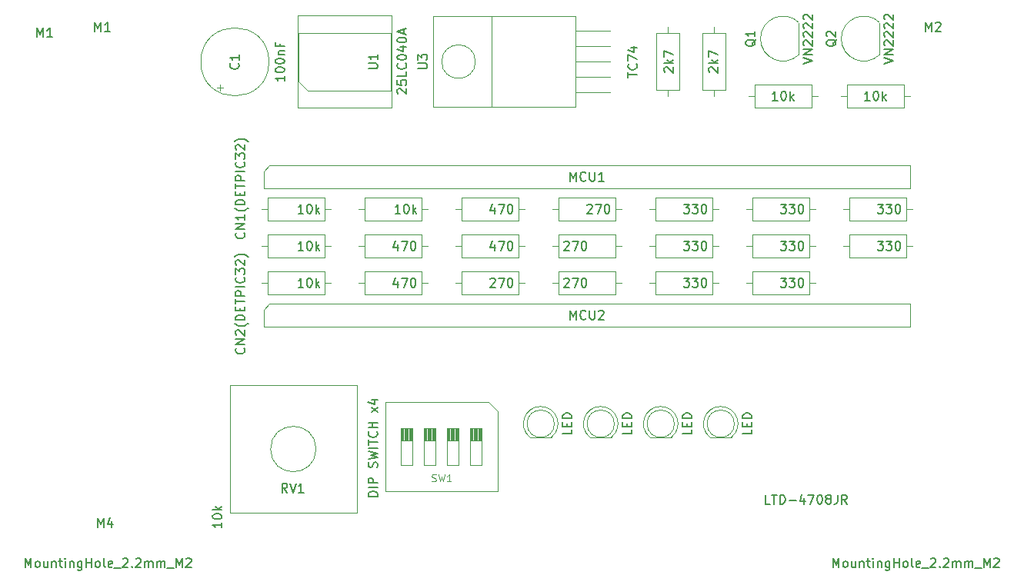
<source format=gbr>
G04 #@! TF.GenerationSoftware,KiCad,Pcbnew,(5.1.0)-1*
G04 #@! TF.CreationDate,2019-03-26T21:03:11+01:00*
G04 #@! TF.ProjectId,ac2-detpic-shield,6163322d-6465-4747-9069-632d73686965,rev?*
G04 #@! TF.SameCoordinates,Original*
G04 #@! TF.FileFunction,Other,Fab,Top*
%FSLAX46Y46*%
G04 Gerber Fmt 4.6, Leading zero omitted, Abs format (unit mm)*
G04 Created by KiCad (PCBNEW (5.1.0)-1) date 2019-03-26 21:03:11*
%MOMM*%
%LPD*%
G04 APERTURE LIST*
%ADD10C,0.100000*%
%ADD11C,0.150000*%
%ADD12C,0.120000*%
G04 APERTURE END LIST*
D10*
X148336000Y-49276000D02*
X148996000Y-49276000D01*
X155956000Y-49276000D02*
X155296000Y-49276000D01*
X148996000Y-50526000D02*
X155296000Y-50526000D01*
X148996000Y-48026000D02*
X148996000Y-50526000D01*
X155296000Y-48026000D02*
X148996000Y-48026000D01*
X155296000Y-50526000D02*
X155296000Y-48026000D01*
X148336000Y-53340000D02*
X148996000Y-53340000D01*
X155956000Y-53340000D02*
X155296000Y-53340000D01*
X148996000Y-54590000D02*
X155296000Y-54590000D01*
X148996000Y-52090000D02*
X148996000Y-54590000D01*
X155296000Y-52090000D02*
X148996000Y-52090000D01*
X155296000Y-54590000D02*
X155296000Y-52090000D01*
X148336000Y-57404000D02*
X148996000Y-57404000D01*
X155956000Y-57404000D02*
X155296000Y-57404000D01*
X148996000Y-58654000D02*
X155296000Y-58654000D01*
X148996000Y-56154000D02*
X148996000Y-58654000D01*
X155296000Y-56154000D02*
X148996000Y-56154000D01*
X155296000Y-58654000D02*
X155296000Y-56154000D01*
X159004000Y-49276000D02*
X159664000Y-49276000D01*
X166624000Y-49276000D02*
X165964000Y-49276000D01*
X159664000Y-50526000D02*
X165964000Y-50526000D01*
X159664000Y-48026000D02*
X159664000Y-50526000D01*
X165964000Y-48026000D02*
X159664000Y-48026000D01*
X165964000Y-50526000D02*
X165964000Y-48026000D01*
X149165000Y-33040000D02*
G75*
G03X149165000Y-33040000I-3750000J0D01*
G01*
X143777500Y-36251233D02*
X143777500Y-35501233D01*
X143402500Y-35876233D02*
X144152500Y-35876233D01*
X197715810Y-74398000D02*
X200048190Y-74398000D01*
X200382000Y-72898000D02*
G75*
G03X200382000Y-72898000I-1500000J0D01*
G01*
X200047476Y-74398555D02*
G75*
G03X197715810Y-74398000I-1165476J1500555D01*
G01*
X193443476Y-74398555D02*
G75*
G03X191111810Y-74398000I-1165476J1500555D01*
G01*
X193778000Y-72898000D02*
G75*
G03X193778000Y-72898000I-1500000J0D01*
G01*
X191111810Y-74398000D02*
X193444190Y-74398000D01*
X186839476Y-74398555D02*
G75*
G03X184507810Y-74398000I-1165476J1500555D01*
G01*
X187174000Y-72898000D02*
G75*
G03X187174000Y-72898000I-1500000J0D01*
G01*
X184507810Y-74398000D02*
X186840190Y-74398000D01*
X177903810Y-74398000D02*
X180236190Y-74398000D01*
X180570000Y-72898000D02*
G75*
G03X180570000Y-72898000I-1500000J0D01*
G01*
X180235476Y-74398555D02*
G75*
G03X177903810Y-74398000I-1165476J1500555D01*
G01*
X207490000Y-32250000D02*
X207490000Y-28750000D01*
X207493625Y-28726375D02*
G75*
G03X203260000Y-30480000I-1753625J-1753625D01*
G01*
X207493625Y-32233625D02*
G75*
G02X203260000Y-30480000I-1753625J1753625D01*
G01*
X216383625Y-32233625D02*
G75*
G02X212150000Y-30480000I-1753625J1753625D01*
G01*
X216383625Y-28726375D02*
G75*
G03X212150000Y-30480000I-1753625J-1753625D01*
G01*
X216380000Y-32250000D02*
X216380000Y-28750000D01*
X176632000Y-58654000D02*
X176632000Y-56154000D01*
X176632000Y-56154000D02*
X170332000Y-56154000D01*
X170332000Y-56154000D02*
X170332000Y-58654000D01*
X170332000Y-58654000D02*
X176632000Y-58654000D01*
X177292000Y-57404000D02*
X176632000Y-57404000D01*
X169672000Y-57404000D02*
X170332000Y-57404000D01*
X187300000Y-50526000D02*
X187300000Y-48026000D01*
X187300000Y-48026000D02*
X181000000Y-48026000D01*
X181000000Y-48026000D02*
X181000000Y-50526000D01*
X181000000Y-50526000D02*
X187300000Y-50526000D01*
X187960000Y-49276000D02*
X187300000Y-49276000D01*
X180340000Y-49276000D02*
X181000000Y-49276000D01*
X187960000Y-57404000D02*
X187300000Y-57404000D01*
X180340000Y-57404000D02*
X181000000Y-57404000D01*
X187300000Y-56154000D02*
X181000000Y-56154000D01*
X187300000Y-58654000D02*
X187300000Y-56154000D01*
X181000000Y-58654000D02*
X187300000Y-58654000D01*
X181000000Y-56154000D02*
X181000000Y-58654000D01*
X181000000Y-52090000D02*
X181000000Y-54590000D01*
X181000000Y-54590000D02*
X187300000Y-54590000D01*
X187300000Y-54590000D02*
X187300000Y-52090000D01*
X187300000Y-52090000D02*
X181000000Y-52090000D01*
X180340000Y-53340000D02*
X181000000Y-53340000D01*
X187960000Y-53340000D02*
X187300000Y-53340000D01*
X165964000Y-58654000D02*
X165964000Y-56154000D01*
X165964000Y-56154000D02*
X159664000Y-56154000D01*
X159664000Y-56154000D02*
X159664000Y-58654000D01*
X159664000Y-58654000D02*
X165964000Y-58654000D01*
X166624000Y-57404000D02*
X165964000Y-57404000D01*
X159004000Y-57404000D02*
X159664000Y-57404000D01*
X159004000Y-53340000D02*
X159664000Y-53340000D01*
X166624000Y-53340000D02*
X165964000Y-53340000D01*
X159664000Y-54590000D02*
X165964000Y-54590000D01*
X159664000Y-52090000D02*
X159664000Y-54590000D01*
X165964000Y-52090000D02*
X159664000Y-52090000D01*
X165964000Y-54590000D02*
X165964000Y-52090000D01*
X176632000Y-50526000D02*
X176632000Y-48026000D01*
X176632000Y-48026000D02*
X170332000Y-48026000D01*
X170332000Y-48026000D02*
X170332000Y-50526000D01*
X170332000Y-50526000D02*
X176632000Y-50526000D01*
X177292000Y-49276000D02*
X176632000Y-49276000D01*
X169672000Y-49276000D02*
X170332000Y-49276000D01*
X169672000Y-53340000D02*
X170332000Y-53340000D01*
X177292000Y-53340000D02*
X176632000Y-53340000D01*
X170332000Y-54590000D02*
X176632000Y-54590000D01*
X170332000Y-52090000D02*
X170332000Y-54590000D01*
X176632000Y-52090000D02*
X170332000Y-52090000D01*
X176632000Y-54590000D02*
X176632000Y-52090000D01*
X201930000Y-36830000D02*
X202590000Y-36830000D01*
X209550000Y-36830000D02*
X208890000Y-36830000D01*
X202590000Y-38080000D02*
X208890000Y-38080000D01*
X202590000Y-35580000D02*
X202590000Y-38080000D01*
X208890000Y-35580000D02*
X202590000Y-35580000D01*
X208890000Y-38080000D02*
X208890000Y-35580000D01*
X191008000Y-49276000D02*
X191668000Y-49276000D01*
X198628000Y-49276000D02*
X197968000Y-49276000D01*
X191668000Y-50526000D02*
X197968000Y-50526000D01*
X191668000Y-48026000D02*
X191668000Y-50526000D01*
X197968000Y-48026000D02*
X191668000Y-48026000D01*
X197968000Y-50526000D02*
X197968000Y-48026000D01*
X197968000Y-54590000D02*
X197968000Y-52090000D01*
X197968000Y-52090000D02*
X191668000Y-52090000D01*
X191668000Y-52090000D02*
X191668000Y-54590000D01*
X191668000Y-54590000D02*
X197968000Y-54590000D01*
X198628000Y-53340000D02*
X197968000Y-53340000D01*
X191008000Y-53340000D02*
X191668000Y-53340000D01*
X191008000Y-57404000D02*
X191668000Y-57404000D01*
X198628000Y-57404000D02*
X197968000Y-57404000D01*
X191668000Y-58654000D02*
X197968000Y-58654000D01*
X191668000Y-56154000D02*
X191668000Y-58654000D01*
X197968000Y-56154000D02*
X191668000Y-56154000D01*
X197968000Y-58654000D02*
X197968000Y-56154000D01*
X208636000Y-50526000D02*
X208636000Y-48026000D01*
X208636000Y-48026000D02*
X202336000Y-48026000D01*
X202336000Y-48026000D02*
X202336000Y-50526000D01*
X202336000Y-50526000D02*
X208636000Y-50526000D01*
X209296000Y-49276000D02*
X208636000Y-49276000D01*
X201676000Y-49276000D02*
X202336000Y-49276000D01*
X201676000Y-57404000D02*
X202336000Y-57404000D01*
X209296000Y-57404000D02*
X208636000Y-57404000D01*
X202336000Y-58654000D02*
X208636000Y-58654000D01*
X202336000Y-56154000D02*
X202336000Y-58654000D01*
X208636000Y-56154000D02*
X202336000Y-56154000D01*
X208636000Y-58654000D02*
X208636000Y-56154000D01*
X208636000Y-54590000D02*
X208636000Y-52090000D01*
X208636000Y-52090000D02*
X202336000Y-52090000D01*
X202336000Y-52090000D02*
X202336000Y-54590000D01*
X202336000Y-54590000D02*
X208636000Y-54590000D01*
X209296000Y-53340000D02*
X208636000Y-53340000D01*
X201676000Y-53340000D02*
X202336000Y-53340000D01*
X219304000Y-50526000D02*
X219304000Y-48026000D01*
X219304000Y-48026000D02*
X213004000Y-48026000D01*
X213004000Y-48026000D02*
X213004000Y-50526000D01*
X213004000Y-50526000D02*
X219304000Y-50526000D01*
X219964000Y-49276000D02*
X219304000Y-49276000D01*
X212344000Y-49276000D02*
X213004000Y-49276000D01*
X212344000Y-53340000D02*
X213004000Y-53340000D01*
X219964000Y-53340000D02*
X219304000Y-53340000D01*
X213004000Y-54590000D02*
X219304000Y-54590000D01*
X213004000Y-52090000D02*
X213004000Y-54590000D01*
X219304000Y-52090000D02*
X213004000Y-52090000D01*
X219304000Y-54590000D02*
X219304000Y-52090000D01*
X198120000Y-36830000D02*
X198120000Y-36170000D01*
X198120000Y-29210000D02*
X198120000Y-29870000D01*
X199370000Y-36170000D02*
X199370000Y-29870000D01*
X196870000Y-36170000D02*
X199370000Y-36170000D01*
X196870000Y-29870000D02*
X196870000Y-36170000D01*
X199370000Y-29870000D02*
X196870000Y-29870000D01*
X193040000Y-36830000D02*
X193040000Y-36170000D01*
X193040000Y-29210000D02*
X193040000Y-29870000D01*
X194290000Y-36170000D02*
X194290000Y-29870000D01*
X191790000Y-36170000D02*
X194290000Y-36170000D01*
X191790000Y-29870000D02*
X191790000Y-36170000D01*
X194290000Y-29870000D02*
X191790000Y-29870000D01*
X219050000Y-38080000D02*
X219050000Y-35580000D01*
X219050000Y-35580000D02*
X212750000Y-35580000D01*
X212750000Y-35580000D02*
X212750000Y-38080000D01*
X212750000Y-38080000D02*
X219050000Y-38080000D01*
X219710000Y-36830000D02*
X219050000Y-36830000D01*
X212090000Y-36830000D02*
X212750000Y-36830000D01*
X154345000Y-75685000D02*
G75*
G03X154345000Y-75685000I-2500000J0D01*
G01*
X144845000Y-82685000D02*
X158845000Y-82685000D01*
X158845000Y-82685000D02*
X158845000Y-68685000D01*
X158845000Y-68685000D02*
X144845000Y-68685000D01*
X144845000Y-68685000D02*
X144845000Y-82685000D01*
X174318000Y-71548000D02*
X174318000Y-80328000D01*
X174318000Y-80328000D02*
X161978000Y-80328000D01*
X161978000Y-80328000D02*
X161978000Y-70548000D01*
X161978000Y-70548000D02*
X173318000Y-70548000D01*
X173318000Y-70548000D02*
X174318000Y-71548000D01*
X172593000Y-73408000D02*
X171323000Y-73408000D01*
X171323000Y-73408000D02*
X171323000Y-77468000D01*
X171323000Y-77468000D02*
X172593000Y-77468000D01*
X172593000Y-77468000D02*
X172593000Y-73408000D01*
X172493000Y-73408000D02*
X172493000Y-74761333D01*
X172393000Y-73408000D02*
X172393000Y-74761333D01*
X172293000Y-73408000D02*
X172293000Y-74761333D01*
X172193000Y-73408000D02*
X172193000Y-74761333D01*
X172093000Y-73408000D02*
X172093000Y-74761333D01*
X171993000Y-73408000D02*
X171993000Y-74761333D01*
X171893000Y-73408000D02*
X171893000Y-74761333D01*
X171793000Y-73408000D02*
X171793000Y-74761333D01*
X171693000Y-73408000D02*
X171693000Y-74761333D01*
X171593000Y-73408000D02*
X171593000Y-74761333D01*
X171493000Y-73408000D02*
X171493000Y-74761333D01*
X171393000Y-73408000D02*
X171393000Y-74761333D01*
X172593000Y-74761333D02*
X171323000Y-74761333D01*
X170053000Y-73408000D02*
X168783000Y-73408000D01*
X168783000Y-73408000D02*
X168783000Y-77468000D01*
X168783000Y-77468000D02*
X170053000Y-77468000D01*
X170053000Y-77468000D02*
X170053000Y-73408000D01*
X169953000Y-73408000D02*
X169953000Y-74761333D01*
X169853000Y-73408000D02*
X169853000Y-74761333D01*
X169753000Y-73408000D02*
X169753000Y-74761333D01*
X169653000Y-73408000D02*
X169653000Y-74761333D01*
X169553000Y-73408000D02*
X169553000Y-74761333D01*
X169453000Y-73408000D02*
X169453000Y-74761333D01*
X169353000Y-73408000D02*
X169353000Y-74761333D01*
X169253000Y-73408000D02*
X169253000Y-74761333D01*
X169153000Y-73408000D02*
X169153000Y-74761333D01*
X169053000Y-73408000D02*
X169053000Y-74761333D01*
X168953000Y-73408000D02*
X168953000Y-74761333D01*
X168853000Y-73408000D02*
X168853000Y-74761333D01*
X170053000Y-74761333D02*
X168783000Y-74761333D01*
X167513000Y-73408000D02*
X166243000Y-73408000D01*
X166243000Y-73408000D02*
X166243000Y-77468000D01*
X166243000Y-77468000D02*
X167513000Y-77468000D01*
X167513000Y-77468000D02*
X167513000Y-73408000D01*
X167413000Y-73408000D02*
X167413000Y-74761333D01*
X167313000Y-73408000D02*
X167313000Y-74761333D01*
X167213000Y-73408000D02*
X167213000Y-74761333D01*
X167113000Y-73408000D02*
X167113000Y-74761333D01*
X167013000Y-73408000D02*
X167013000Y-74761333D01*
X166913000Y-73408000D02*
X166913000Y-74761333D01*
X166813000Y-73408000D02*
X166813000Y-74761333D01*
X166713000Y-73408000D02*
X166713000Y-74761333D01*
X166613000Y-73408000D02*
X166613000Y-74761333D01*
X166513000Y-73408000D02*
X166513000Y-74761333D01*
X166413000Y-73408000D02*
X166413000Y-74761333D01*
X166313000Y-73408000D02*
X166313000Y-74761333D01*
X167513000Y-74761333D02*
X166243000Y-74761333D01*
X164973000Y-73408000D02*
X163703000Y-73408000D01*
X163703000Y-73408000D02*
X163703000Y-77468000D01*
X163703000Y-77468000D02*
X164973000Y-77468000D01*
X164973000Y-77468000D02*
X164973000Y-73408000D01*
X164873000Y-73408000D02*
X164873000Y-74761333D01*
X164773000Y-73408000D02*
X164773000Y-74761333D01*
X164673000Y-73408000D02*
X164673000Y-74761333D01*
X164573000Y-73408000D02*
X164573000Y-74761333D01*
X164473000Y-73408000D02*
X164473000Y-74761333D01*
X164373000Y-73408000D02*
X164373000Y-74761333D01*
X164273000Y-73408000D02*
X164273000Y-74761333D01*
X164173000Y-73408000D02*
X164173000Y-74761333D01*
X164073000Y-73408000D02*
X164073000Y-74761333D01*
X163973000Y-73408000D02*
X163973000Y-74761333D01*
X163873000Y-73408000D02*
X163873000Y-74761333D01*
X163773000Y-73408000D02*
X163773000Y-74761333D01*
X164973000Y-74761333D02*
X163703000Y-74761333D01*
X152400000Y-35195000D02*
X152400000Y-29845000D01*
X152400000Y-29845000D02*
X162560000Y-29845000D01*
X162560000Y-29845000D02*
X162560000Y-36195000D01*
X162560000Y-36195000D02*
X153400000Y-36195000D01*
X153400000Y-36195000D02*
X152400000Y-35195000D01*
X152340000Y-38100000D02*
X162620000Y-38100000D01*
X162620000Y-38100000D02*
X162620000Y-27940000D01*
X162620000Y-27940000D02*
X152340000Y-27940000D01*
X152340000Y-27940000D02*
X152340000Y-38100000D01*
X171880000Y-33020000D02*
G75*
G03X171880000Y-33020000I-1850000J0D01*
G01*
X173630000Y-38020000D02*
X167230000Y-38020000D01*
X167230000Y-38020000D02*
X167230000Y-28020000D01*
X167230000Y-28020000D02*
X173630000Y-28020000D01*
X173630000Y-28020000D02*
X173630000Y-38020000D01*
X182880000Y-38020000D02*
X173630000Y-38020000D01*
X173630000Y-38020000D02*
X173630000Y-28020000D01*
X173630000Y-28020000D02*
X182880000Y-28020000D01*
X182880000Y-28020000D02*
X182880000Y-38020000D01*
X182880000Y-36420000D02*
X186690000Y-36420000D01*
X182880000Y-34720000D02*
X186690000Y-34720000D01*
X182880000Y-33020000D02*
X186690000Y-33020000D01*
X182880000Y-31320000D02*
X186690000Y-31320000D01*
X182880000Y-29620000D02*
X186690000Y-29620000D01*
X148590000Y-46990000D02*
X148590000Y-45085000D01*
X148590000Y-45085000D02*
X149225000Y-44450000D01*
X149225000Y-44450000D02*
X219710000Y-44450000D01*
X219710000Y-44450000D02*
X219710000Y-46990000D01*
X219710000Y-46990000D02*
X148590000Y-46990000D01*
X219710000Y-62230000D02*
X148590000Y-62230000D01*
X219710000Y-59690000D02*
X219710000Y-62230000D01*
X149225000Y-59690000D02*
X219710000Y-59690000D01*
X148590000Y-60325000D02*
X149225000Y-59690000D01*
X148590000Y-62230000D02*
X148590000Y-60325000D01*
D11*
X211225952Y-88717380D02*
X211225952Y-87717380D01*
X211559285Y-88431666D01*
X211892619Y-87717380D01*
X211892619Y-88717380D01*
X212511666Y-88717380D02*
X212416428Y-88669761D01*
X212368809Y-88622142D01*
X212321190Y-88526904D01*
X212321190Y-88241190D01*
X212368809Y-88145952D01*
X212416428Y-88098333D01*
X212511666Y-88050714D01*
X212654523Y-88050714D01*
X212749761Y-88098333D01*
X212797380Y-88145952D01*
X212845000Y-88241190D01*
X212845000Y-88526904D01*
X212797380Y-88622142D01*
X212749761Y-88669761D01*
X212654523Y-88717380D01*
X212511666Y-88717380D01*
X213702142Y-88050714D02*
X213702142Y-88717380D01*
X213273571Y-88050714D02*
X213273571Y-88574523D01*
X213321190Y-88669761D01*
X213416428Y-88717380D01*
X213559285Y-88717380D01*
X213654523Y-88669761D01*
X213702142Y-88622142D01*
X214178333Y-88050714D02*
X214178333Y-88717380D01*
X214178333Y-88145952D02*
X214225952Y-88098333D01*
X214321190Y-88050714D01*
X214464047Y-88050714D01*
X214559285Y-88098333D01*
X214606904Y-88193571D01*
X214606904Y-88717380D01*
X214940238Y-88050714D02*
X215321190Y-88050714D01*
X215083095Y-87717380D02*
X215083095Y-88574523D01*
X215130714Y-88669761D01*
X215225952Y-88717380D01*
X215321190Y-88717380D01*
X215654523Y-88717380D02*
X215654523Y-88050714D01*
X215654523Y-87717380D02*
X215606904Y-87765000D01*
X215654523Y-87812619D01*
X215702142Y-87765000D01*
X215654523Y-87717380D01*
X215654523Y-87812619D01*
X216130714Y-88050714D02*
X216130714Y-88717380D01*
X216130714Y-88145952D02*
X216178333Y-88098333D01*
X216273571Y-88050714D01*
X216416428Y-88050714D01*
X216511666Y-88098333D01*
X216559285Y-88193571D01*
X216559285Y-88717380D01*
X217464047Y-88050714D02*
X217464047Y-88860238D01*
X217416428Y-88955476D01*
X217368809Y-89003095D01*
X217273571Y-89050714D01*
X217130714Y-89050714D01*
X217035476Y-89003095D01*
X217464047Y-88669761D02*
X217368809Y-88717380D01*
X217178333Y-88717380D01*
X217083095Y-88669761D01*
X217035476Y-88622142D01*
X216987857Y-88526904D01*
X216987857Y-88241190D01*
X217035476Y-88145952D01*
X217083095Y-88098333D01*
X217178333Y-88050714D01*
X217368809Y-88050714D01*
X217464047Y-88098333D01*
X217940238Y-88717380D02*
X217940238Y-87717380D01*
X217940238Y-88193571D02*
X218511666Y-88193571D01*
X218511666Y-88717380D02*
X218511666Y-87717380D01*
X219130714Y-88717380D02*
X219035476Y-88669761D01*
X218987857Y-88622142D01*
X218940238Y-88526904D01*
X218940238Y-88241190D01*
X218987857Y-88145952D01*
X219035476Y-88098333D01*
X219130714Y-88050714D01*
X219273571Y-88050714D01*
X219368809Y-88098333D01*
X219416428Y-88145952D01*
X219464047Y-88241190D01*
X219464047Y-88526904D01*
X219416428Y-88622142D01*
X219368809Y-88669761D01*
X219273571Y-88717380D01*
X219130714Y-88717380D01*
X220035476Y-88717380D02*
X219940238Y-88669761D01*
X219892619Y-88574523D01*
X219892619Y-87717380D01*
X220797380Y-88669761D02*
X220702142Y-88717380D01*
X220511666Y-88717380D01*
X220416428Y-88669761D01*
X220368809Y-88574523D01*
X220368809Y-88193571D01*
X220416428Y-88098333D01*
X220511666Y-88050714D01*
X220702142Y-88050714D01*
X220797380Y-88098333D01*
X220845000Y-88193571D01*
X220845000Y-88288809D01*
X220368809Y-88384047D01*
X221035476Y-88812619D02*
X221797380Y-88812619D01*
X221987857Y-87812619D02*
X222035476Y-87765000D01*
X222130714Y-87717380D01*
X222368809Y-87717380D01*
X222464047Y-87765000D01*
X222511666Y-87812619D01*
X222559285Y-87907857D01*
X222559285Y-88003095D01*
X222511666Y-88145952D01*
X221940238Y-88717380D01*
X222559285Y-88717380D01*
X222987857Y-88622142D02*
X223035476Y-88669761D01*
X222987857Y-88717380D01*
X222940238Y-88669761D01*
X222987857Y-88622142D01*
X222987857Y-88717380D01*
X223416428Y-87812619D02*
X223464047Y-87765000D01*
X223559285Y-87717380D01*
X223797380Y-87717380D01*
X223892619Y-87765000D01*
X223940238Y-87812619D01*
X223987857Y-87907857D01*
X223987857Y-88003095D01*
X223940238Y-88145952D01*
X223368809Y-88717380D01*
X223987857Y-88717380D01*
X224416428Y-88717380D02*
X224416428Y-88050714D01*
X224416428Y-88145952D02*
X224464047Y-88098333D01*
X224559285Y-88050714D01*
X224702142Y-88050714D01*
X224797380Y-88098333D01*
X224845000Y-88193571D01*
X224845000Y-88717380D01*
X224845000Y-88193571D02*
X224892619Y-88098333D01*
X224987857Y-88050714D01*
X225130714Y-88050714D01*
X225225952Y-88098333D01*
X225273571Y-88193571D01*
X225273571Y-88717380D01*
X225749761Y-88717380D02*
X225749761Y-88050714D01*
X225749761Y-88145952D02*
X225797380Y-88098333D01*
X225892619Y-88050714D01*
X226035476Y-88050714D01*
X226130714Y-88098333D01*
X226178333Y-88193571D01*
X226178333Y-88717380D01*
X226178333Y-88193571D02*
X226225952Y-88098333D01*
X226321190Y-88050714D01*
X226464047Y-88050714D01*
X226559285Y-88098333D01*
X226606904Y-88193571D01*
X226606904Y-88717380D01*
X226845000Y-88812619D02*
X227606904Y-88812619D01*
X227845000Y-88717380D02*
X227845000Y-87717380D01*
X228178333Y-88431666D01*
X228511666Y-87717380D01*
X228511666Y-88717380D01*
X228940238Y-87812619D02*
X228987857Y-87765000D01*
X229083095Y-87717380D01*
X229321190Y-87717380D01*
X229416428Y-87765000D01*
X229464047Y-87812619D01*
X229511666Y-87907857D01*
X229511666Y-88003095D01*
X229464047Y-88145952D01*
X228892619Y-88717380D01*
X229511666Y-88717380D01*
X122325952Y-88717380D02*
X122325952Y-87717380D01*
X122659285Y-88431666D01*
X122992619Y-87717380D01*
X122992619Y-88717380D01*
X123611666Y-88717380D02*
X123516428Y-88669761D01*
X123468809Y-88622142D01*
X123421190Y-88526904D01*
X123421190Y-88241190D01*
X123468809Y-88145952D01*
X123516428Y-88098333D01*
X123611666Y-88050714D01*
X123754523Y-88050714D01*
X123849761Y-88098333D01*
X123897380Y-88145952D01*
X123944999Y-88241190D01*
X123944999Y-88526904D01*
X123897380Y-88622142D01*
X123849761Y-88669761D01*
X123754523Y-88717380D01*
X123611666Y-88717380D01*
X124802142Y-88050714D02*
X124802142Y-88717380D01*
X124373571Y-88050714D02*
X124373571Y-88574523D01*
X124421190Y-88669761D01*
X124516428Y-88717380D01*
X124659285Y-88717380D01*
X124754523Y-88669761D01*
X124802142Y-88622142D01*
X125278333Y-88050714D02*
X125278333Y-88717380D01*
X125278333Y-88145952D02*
X125325952Y-88098333D01*
X125421190Y-88050714D01*
X125564047Y-88050714D01*
X125659285Y-88098333D01*
X125706904Y-88193571D01*
X125706904Y-88717380D01*
X126040238Y-88050714D02*
X126421190Y-88050714D01*
X126183095Y-87717380D02*
X126183095Y-88574523D01*
X126230714Y-88669761D01*
X126325952Y-88717380D01*
X126421190Y-88717380D01*
X126754523Y-88717380D02*
X126754523Y-88050714D01*
X126754523Y-87717380D02*
X126706904Y-87765000D01*
X126754523Y-87812619D01*
X126802142Y-87765000D01*
X126754523Y-87717380D01*
X126754523Y-87812619D01*
X127230714Y-88050714D02*
X127230714Y-88717380D01*
X127230714Y-88145952D02*
X127278333Y-88098333D01*
X127373571Y-88050714D01*
X127516428Y-88050714D01*
X127611666Y-88098333D01*
X127659285Y-88193571D01*
X127659285Y-88717380D01*
X128564047Y-88050714D02*
X128564047Y-88860238D01*
X128516428Y-88955476D01*
X128468809Y-89003095D01*
X128373571Y-89050714D01*
X128230714Y-89050714D01*
X128135476Y-89003095D01*
X128564047Y-88669761D02*
X128468809Y-88717380D01*
X128278333Y-88717380D01*
X128183095Y-88669761D01*
X128135476Y-88622142D01*
X128087857Y-88526904D01*
X128087857Y-88241190D01*
X128135476Y-88145952D01*
X128183095Y-88098333D01*
X128278333Y-88050714D01*
X128468809Y-88050714D01*
X128564047Y-88098333D01*
X129040238Y-88717380D02*
X129040238Y-87717380D01*
X129040238Y-88193571D02*
X129611666Y-88193571D01*
X129611666Y-88717380D02*
X129611666Y-87717380D01*
X130230714Y-88717380D02*
X130135476Y-88669761D01*
X130087857Y-88622142D01*
X130040238Y-88526904D01*
X130040238Y-88241190D01*
X130087857Y-88145952D01*
X130135476Y-88098333D01*
X130230714Y-88050714D01*
X130373571Y-88050714D01*
X130468809Y-88098333D01*
X130516428Y-88145952D01*
X130564047Y-88241190D01*
X130564047Y-88526904D01*
X130516428Y-88622142D01*
X130468809Y-88669761D01*
X130373571Y-88717380D01*
X130230714Y-88717380D01*
X131135476Y-88717380D02*
X131040238Y-88669761D01*
X130992619Y-88574523D01*
X130992619Y-87717380D01*
X131897380Y-88669761D02*
X131802142Y-88717380D01*
X131611666Y-88717380D01*
X131516428Y-88669761D01*
X131468809Y-88574523D01*
X131468809Y-88193571D01*
X131516428Y-88098333D01*
X131611666Y-88050714D01*
X131802142Y-88050714D01*
X131897380Y-88098333D01*
X131944999Y-88193571D01*
X131944999Y-88288809D01*
X131468809Y-88384047D01*
X132135476Y-88812619D02*
X132897380Y-88812619D01*
X133087857Y-87812619D02*
X133135476Y-87765000D01*
X133230714Y-87717380D01*
X133468809Y-87717380D01*
X133564047Y-87765000D01*
X133611666Y-87812619D01*
X133659285Y-87907857D01*
X133659285Y-88003095D01*
X133611666Y-88145952D01*
X133040238Y-88717380D01*
X133659285Y-88717380D01*
X134087857Y-88622142D02*
X134135476Y-88669761D01*
X134087857Y-88717380D01*
X134040238Y-88669761D01*
X134087857Y-88622142D01*
X134087857Y-88717380D01*
X134516428Y-87812619D02*
X134564047Y-87765000D01*
X134659285Y-87717380D01*
X134897380Y-87717380D01*
X134992619Y-87765000D01*
X135040238Y-87812619D01*
X135087857Y-87907857D01*
X135087857Y-88003095D01*
X135040238Y-88145952D01*
X134468809Y-88717380D01*
X135087857Y-88717380D01*
X135516428Y-88717380D02*
X135516428Y-88050714D01*
X135516428Y-88145952D02*
X135564047Y-88098333D01*
X135659285Y-88050714D01*
X135802142Y-88050714D01*
X135897380Y-88098333D01*
X135945000Y-88193571D01*
X135945000Y-88717380D01*
X135945000Y-88193571D02*
X135992619Y-88098333D01*
X136087857Y-88050714D01*
X136230714Y-88050714D01*
X136325952Y-88098333D01*
X136373571Y-88193571D01*
X136373571Y-88717380D01*
X136849761Y-88717380D02*
X136849761Y-88050714D01*
X136849761Y-88145952D02*
X136897380Y-88098333D01*
X136992619Y-88050714D01*
X137135476Y-88050714D01*
X137230714Y-88098333D01*
X137278333Y-88193571D01*
X137278333Y-88717380D01*
X137278333Y-88193571D02*
X137325952Y-88098333D01*
X137421190Y-88050714D01*
X137564047Y-88050714D01*
X137659285Y-88098333D01*
X137706904Y-88193571D01*
X137706904Y-88717380D01*
X137945000Y-88812619D02*
X138706904Y-88812619D01*
X138945000Y-88717380D02*
X138945000Y-87717380D01*
X139278333Y-88431666D01*
X139611666Y-87717380D01*
X139611666Y-88717380D01*
X140040238Y-87812619D02*
X140087857Y-87765000D01*
X140183095Y-87717380D01*
X140421190Y-87717380D01*
X140516428Y-87765000D01*
X140564047Y-87812619D01*
X140611666Y-87907857D01*
X140611666Y-88003095D01*
X140564047Y-88145952D01*
X139992619Y-88717380D01*
X140611666Y-88717380D01*
X130300476Y-84272380D02*
X130300476Y-83272380D01*
X130633809Y-83986666D01*
X130967142Y-83272380D01*
X130967142Y-84272380D01*
X131871904Y-83605714D02*
X131871904Y-84272380D01*
X131633809Y-83224761D02*
X131395714Y-83939047D01*
X132014761Y-83939047D01*
X152947809Y-49728380D02*
X152376380Y-49728380D01*
X152662095Y-49728380D02*
X152662095Y-48728380D01*
X152566857Y-48871238D01*
X152471619Y-48966476D01*
X152376380Y-49014095D01*
X153566857Y-48728380D02*
X153662095Y-48728380D01*
X153757333Y-48776000D01*
X153804952Y-48823619D01*
X153852571Y-48918857D01*
X153900190Y-49109333D01*
X153900190Y-49347428D01*
X153852571Y-49537904D01*
X153804952Y-49633142D01*
X153757333Y-49680761D01*
X153662095Y-49728380D01*
X153566857Y-49728380D01*
X153471619Y-49680761D01*
X153424000Y-49633142D01*
X153376380Y-49537904D01*
X153328761Y-49347428D01*
X153328761Y-49109333D01*
X153376380Y-48918857D01*
X153424000Y-48823619D01*
X153471619Y-48776000D01*
X153566857Y-48728380D01*
X154328761Y-49728380D02*
X154328761Y-48728380D01*
X154424000Y-49347428D02*
X154709714Y-49728380D01*
X154709714Y-49061714D02*
X154328761Y-49442666D01*
X152947809Y-53792380D02*
X152376380Y-53792380D01*
X152662095Y-53792380D02*
X152662095Y-52792380D01*
X152566857Y-52935238D01*
X152471619Y-53030476D01*
X152376380Y-53078095D01*
X153566857Y-52792380D02*
X153662095Y-52792380D01*
X153757333Y-52840000D01*
X153804952Y-52887619D01*
X153852571Y-52982857D01*
X153900190Y-53173333D01*
X153900190Y-53411428D01*
X153852571Y-53601904D01*
X153804952Y-53697142D01*
X153757333Y-53744761D01*
X153662095Y-53792380D01*
X153566857Y-53792380D01*
X153471619Y-53744761D01*
X153424000Y-53697142D01*
X153376380Y-53601904D01*
X153328761Y-53411428D01*
X153328761Y-53173333D01*
X153376380Y-52982857D01*
X153424000Y-52887619D01*
X153471619Y-52840000D01*
X153566857Y-52792380D01*
X154328761Y-53792380D02*
X154328761Y-52792380D01*
X154424000Y-53411428D02*
X154709714Y-53792380D01*
X154709714Y-53125714D02*
X154328761Y-53506666D01*
X152947809Y-57856380D02*
X152376380Y-57856380D01*
X152662095Y-57856380D02*
X152662095Y-56856380D01*
X152566857Y-56999238D01*
X152471619Y-57094476D01*
X152376380Y-57142095D01*
X153566857Y-56856380D02*
X153662095Y-56856380D01*
X153757333Y-56904000D01*
X153804952Y-56951619D01*
X153852571Y-57046857D01*
X153900190Y-57237333D01*
X153900190Y-57475428D01*
X153852571Y-57665904D01*
X153804952Y-57761142D01*
X153757333Y-57808761D01*
X153662095Y-57856380D01*
X153566857Y-57856380D01*
X153471619Y-57808761D01*
X153424000Y-57761142D01*
X153376380Y-57665904D01*
X153328761Y-57475428D01*
X153328761Y-57237333D01*
X153376380Y-57046857D01*
X153424000Y-56951619D01*
X153471619Y-56904000D01*
X153566857Y-56856380D01*
X154328761Y-57856380D02*
X154328761Y-56856380D01*
X154424000Y-57475428D02*
X154709714Y-57856380D01*
X154709714Y-57189714D02*
X154328761Y-57570666D01*
X163615809Y-49728380D02*
X163044380Y-49728380D01*
X163330095Y-49728380D02*
X163330095Y-48728380D01*
X163234857Y-48871238D01*
X163139619Y-48966476D01*
X163044380Y-49014095D01*
X164234857Y-48728380D02*
X164330095Y-48728380D01*
X164425333Y-48776000D01*
X164472952Y-48823619D01*
X164520571Y-48918857D01*
X164568190Y-49109333D01*
X164568190Y-49347428D01*
X164520571Y-49537904D01*
X164472952Y-49633142D01*
X164425333Y-49680761D01*
X164330095Y-49728380D01*
X164234857Y-49728380D01*
X164139619Y-49680761D01*
X164092000Y-49633142D01*
X164044380Y-49537904D01*
X163996761Y-49347428D01*
X163996761Y-49109333D01*
X164044380Y-48918857D01*
X164092000Y-48823619D01*
X164139619Y-48776000D01*
X164234857Y-48728380D01*
X164996761Y-49728380D02*
X164996761Y-48728380D01*
X165092000Y-49347428D02*
X165377714Y-49728380D01*
X165377714Y-49061714D02*
X164996761Y-49442666D01*
X221440476Y-29662380D02*
X221440476Y-28662380D01*
X221773809Y-29376666D01*
X222107142Y-28662380D01*
X222107142Y-29662380D01*
X222535714Y-28757619D02*
X222583333Y-28710000D01*
X222678571Y-28662380D01*
X222916666Y-28662380D01*
X223011904Y-28710000D01*
X223059523Y-28757619D01*
X223107142Y-28852857D01*
X223107142Y-28948095D01*
X223059523Y-29090952D01*
X222488095Y-29662380D01*
X223107142Y-29662380D01*
X130000476Y-29662380D02*
X130000476Y-28662380D01*
X130333809Y-29376666D01*
X130667142Y-28662380D01*
X130667142Y-29662380D01*
X131667142Y-29662380D02*
X131095714Y-29662380D01*
X131381428Y-29662380D02*
X131381428Y-28662380D01*
X131286190Y-28805238D01*
X131190952Y-28900476D01*
X131095714Y-28948095D01*
X123650476Y-30297380D02*
X123650476Y-29297380D01*
X123983809Y-30011666D01*
X124317142Y-29297380D01*
X124317142Y-30297380D01*
X125317142Y-30297380D02*
X124745714Y-30297380D01*
X125031428Y-30297380D02*
X125031428Y-29297380D01*
X124936190Y-29440238D01*
X124840952Y-29535476D01*
X124745714Y-29583095D01*
X150867380Y-34587619D02*
X150867380Y-35159047D01*
X150867380Y-34873333D02*
X149867380Y-34873333D01*
X150010238Y-34968571D01*
X150105476Y-35063809D01*
X150153095Y-35159047D01*
X149867380Y-33968571D02*
X149867380Y-33873333D01*
X149915000Y-33778095D01*
X149962619Y-33730476D01*
X150057857Y-33682857D01*
X150248333Y-33635238D01*
X150486428Y-33635238D01*
X150676904Y-33682857D01*
X150772142Y-33730476D01*
X150819761Y-33778095D01*
X150867380Y-33873333D01*
X150867380Y-33968571D01*
X150819761Y-34063809D01*
X150772142Y-34111428D01*
X150676904Y-34159047D01*
X150486428Y-34206666D01*
X150248333Y-34206666D01*
X150057857Y-34159047D01*
X149962619Y-34111428D01*
X149915000Y-34063809D01*
X149867380Y-33968571D01*
X149867380Y-33016190D02*
X149867380Y-32920952D01*
X149915000Y-32825714D01*
X149962619Y-32778095D01*
X150057857Y-32730476D01*
X150248333Y-32682857D01*
X150486428Y-32682857D01*
X150676904Y-32730476D01*
X150772142Y-32778095D01*
X150819761Y-32825714D01*
X150867380Y-32920952D01*
X150867380Y-33016190D01*
X150819761Y-33111428D01*
X150772142Y-33159047D01*
X150676904Y-33206666D01*
X150486428Y-33254285D01*
X150248333Y-33254285D01*
X150057857Y-33206666D01*
X149962619Y-33159047D01*
X149915000Y-33111428D01*
X149867380Y-33016190D01*
X150200714Y-32254285D02*
X150867380Y-32254285D01*
X150295952Y-32254285D02*
X150248333Y-32206666D01*
X150200714Y-32111428D01*
X150200714Y-31968571D01*
X150248333Y-31873333D01*
X150343571Y-31825714D01*
X150867380Y-31825714D01*
X150343571Y-31016190D02*
X150343571Y-31349523D01*
X150867380Y-31349523D02*
X149867380Y-31349523D01*
X149867380Y-30873333D01*
X145772142Y-33206666D02*
X145819761Y-33254285D01*
X145867380Y-33397142D01*
X145867380Y-33492380D01*
X145819761Y-33635238D01*
X145724523Y-33730476D01*
X145629285Y-33778095D01*
X145438809Y-33825714D01*
X145295952Y-33825714D01*
X145105476Y-33778095D01*
X145010238Y-33730476D01*
X144915000Y-33635238D01*
X144867380Y-33492380D01*
X144867380Y-33397142D01*
X144915000Y-33254285D01*
X144962619Y-33206666D01*
X145867380Y-32254285D02*
X145867380Y-32825714D01*
X145867380Y-32540000D02*
X144867380Y-32540000D01*
X145010238Y-32635238D01*
X145105476Y-32730476D01*
X145153095Y-32825714D01*
X202294380Y-73540857D02*
X202294380Y-74017047D01*
X201294380Y-74017047D01*
X201770571Y-73207523D02*
X201770571Y-72874190D01*
X202294380Y-72731333D02*
X202294380Y-73207523D01*
X201294380Y-73207523D01*
X201294380Y-72731333D01*
X202294380Y-72302761D02*
X201294380Y-72302761D01*
X201294380Y-72064666D01*
X201342000Y-71921809D01*
X201437238Y-71826571D01*
X201532476Y-71778952D01*
X201722952Y-71731333D01*
X201865809Y-71731333D01*
X202056285Y-71778952D01*
X202151523Y-71826571D01*
X202246761Y-71921809D01*
X202294380Y-72064666D01*
X202294380Y-72302761D01*
X195690380Y-73540857D02*
X195690380Y-74017047D01*
X194690380Y-74017047D01*
X195166571Y-73207523D02*
X195166571Y-72874190D01*
X195690380Y-72731333D02*
X195690380Y-73207523D01*
X194690380Y-73207523D01*
X194690380Y-72731333D01*
X195690380Y-72302761D02*
X194690380Y-72302761D01*
X194690380Y-72064666D01*
X194738000Y-71921809D01*
X194833238Y-71826571D01*
X194928476Y-71778952D01*
X195118952Y-71731333D01*
X195261809Y-71731333D01*
X195452285Y-71778952D01*
X195547523Y-71826571D01*
X195642761Y-71921809D01*
X195690380Y-72064666D01*
X195690380Y-72302761D01*
X189086380Y-73540857D02*
X189086380Y-74017047D01*
X188086380Y-74017047D01*
X188562571Y-73207523D02*
X188562571Y-72874190D01*
X189086380Y-72731333D02*
X189086380Y-73207523D01*
X188086380Y-73207523D01*
X188086380Y-72731333D01*
X189086380Y-72302761D02*
X188086380Y-72302761D01*
X188086380Y-72064666D01*
X188134000Y-71921809D01*
X188229238Y-71826571D01*
X188324476Y-71778952D01*
X188514952Y-71731333D01*
X188657809Y-71731333D01*
X188848285Y-71778952D01*
X188943523Y-71826571D01*
X189038761Y-71921809D01*
X189086380Y-72064666D01*
X189086380Y-72302761D01*
X182482380Y-73540857D02*
X182482380Y-74017047D01*
X181482380Y-74017047D01*
X181958571Y-73207523D02*
X181958571Y-72874190D01*
X182482380Y-72731333D02*
X182482380Y-73207523D01*
X181482380Y-73207523D01*
X181482380Y-72731333D01*
X182482380Y-72302761D02*
X181482380Y-72302761D01*
X181482380Y-72064666D01*
X181530000Y-71921809D01*
X181625238Y-71826571D01*
X181720476Y-71778952D01*
X181910952Y-71731333D01*
X182053809Y-71731333D01*
X182244285Y-71778952D01*
X182339523Y-71826571D01*
X182434761Y-71921809D01*
X182482380Y-72064666D01*
X182482380Y-72302761D01*
X207982380Y-33241904D02*
X208982380Y-32908571D01*
X207982380Y-32575238D01*
X208982380Y-32241904D02*
X207982380Y-32241904D01*
X208982380Y-31670476D01*
X207982380Y-31670476D01*
X208077619Y-31241904D02*
X208030000Y-31194285D01*
X207982380Y-31099047D01*
X207982380Y-30860952D01*
X208030000Y-30765714D01*
X208077619Y-30718095D01*
X208172857Y-30670476D01*
X208268095Y-30670476D01*
X208410952Y-30718095D01*
X208982380Y-31289523D01*
X208982380Y-30670476D01*
X208077619Y-30289523D02*
X208030000Y-30241904D01*
X207982380Y-30146666D01*
X207982380Y-29908571D01*
X208030000Y-29813333D01*
X208077619Y-29765714D01*
X208172857Y-29718095D01*
X208268095Y-29718095D01*
X208410952Y-29765714D01*
X208982380Y-30337142D01*
X208982380Y-29718095D01*
X208077619Y-29337142D02*
X208030000Y-29289523D01*
X207982380Y-29194285D01*
X207982380Y-28956190D01*
X208030000Y-28860952D01*
X208077619Y-28813333D01*
X208172857Y-28765714D01*
X208268095Y-28765714D01*
X208410952Y-28813333D01*
X208982380Y-29384761D01*
X208982380Y-28765714D01*
X208077619Y-28384761D02*
X208030000Y-28337142D01*
X207982380Y-28241904D01*
X207982380Y-28003809D01*
X208030000Y-27908571D01*
X208077619Y-27860952D01*
X208172857Y-27813333D01*
X208268095Y-27813333D01*
X208410952Y-27860952D01*
X208982380Y-28432380D01*
X208982380Y-27813333D01*
X202727619Y-30575238D02*
X202680000Y-30670476D01*
X202584761Y-30765714D01*
X202441904Y-30908571D01*
X202394285Y-31003809D01*
X202394285Y-31099047D01*
X202632380Y-31051428D02*
X202584761Y-31146666D01*
X202489523Y-31241904D01*
X202299047Y-31289523D01*
X201965714Y-31289523D01*
X201775238Y-31241904D01*
X201680000Y-31146666D01*
X201632380Y-31051428D01*
X201632380Y-30860952D01*
X201680000Y-30765714D01*
X201775238Y-30670476D01*
X201965714Y-30622857D01*
X202299047Y-30622857D01*
X202489523Y-30670476D01*
X202584761Y-30765714D01*
X202632380Y-30860952D01*
X202632380Y-31051428D01*
X202632380Y-29670476D02*
X202632380Y-30241904D01*
X202632380Y-29956190D02*
X201632380Y-29956190D01*
X201775238Y-30051428D01*
X201870476Y-30146666D01*
X201918095Y-30241904D01*
X216872380Y-33241904D02*
X217872380Y-32908571D01*
X216872380Y-32575238D01*
X217872380Y-32241904D02*
X216872380Y-32241904D01*
X217872380Y-31670476D01*
X216872380Y-31670476D01*
X216967619Y-31241904D02*
X216920000Y-31194285D01*
X216872380Y-31099047D01*
X216872380Y-30860952D01*
X216920000Y-30765714D01*
X216967619Y-30718095D01*
X217062857Y-30670476D01*
X217158095Y-30670476D01*
X217300952Y-30718095D01*
X217872380Y-31289523D01*
X217872380Y-30670476D01*
X216967619Y-30289523D02*
X216920000Y-30241904D01*
X216872380Y-30146666D01*
X216872380Y-29908571D01*
X216920000Y-29813333D01*
X216967619Y-29765714D01*
X217062857Y-29718095D01*
X217158095Y-29718095D01*
X217300952Y-29765714D01*
X217872380Y-30337142D01*
X217872380Y-29718095D01*
X216967619Y-29337142D02*
X216920000Y-29289523D01*
X216872380Y-29194285D01*
X216872380Y-28956190D01*
X216920000Y-28860952D01*
X216967619Y-28813333D01*
X217062857Y-28765714D01*
X217158095Y-28765714D01*
X217300952Y-28813333D01*
X217872380Y-29384761D01*
X217872380Y-28765714D01*
X216967619Y-28384761D02*
X216920000Y-28337142D01*
X216872380Y-28241904D01*
X216872380Y-28003809D01*
X216920000Y-27908571D01*
X216967619Y-27860952D01*
X217062857Y-27813333D01*
X217158095Y-27813333D01*
X217300952Y-27860952D01*
X217872380Y-28432380D01*
X217872380Y-27813333D01*
X211617619Y-30575238D02*
X211570000Y-30670476D01*
X211474761Y-30765714D01*
X211331904Y-30908571D01*
X211284285Y-31003809D01*
X211284285Y-31099047D01*
X211522380Y-31051428D02*
X211474761Y-31146666D01*
X211379523Y-31241904D01*
X211189047Y-31289523D01*
X210855714Y-31289523D01*
X210665238Y-31241904D01*
X210570000Y-31146666D01*
X210522380Y-31051428D01*
X210522380Y-30860952D01*
X210570000Y-30765714D01*
X210665238Y-30670476D01*
X210855714Y-30622857D01*
X211189047Y-30622857D01*
X211379523Y-30670476D01*
X211474761Y-30765714D01*
X211522380Y-30860952D01*
X211522380Y-31051428D01*
X210617619Y-30241904D02*
X210570000Y-30194285D01*
X210522380Y-30099047D01*
X210522380Y-29860952D01*
X210570000Y-29765714D01*
X210617619Y-29718095D01*
X210712857Y-29670476D01*
X210808095Y-29670476D01*
X210950952Y-29718095D01*
X211522380Y-30289523D01*
X211522380Y-29670476D01*
X173513904Y-56951619D02*
X173561523Y-56904000D01*
X173656761Y-56856380D01*
X173894857Y-56856380D01*
X173990095Y-56904000D01*
X174037714Y-56951619D01*
X174085333Y-57046857D01*
X174085333Y-57142095D01*
X174037714Y-57284952D01*
X173466285Y-57856380D01*
X174085333Y-57856380D01*
X174418666Y-56856380D02*
X175085333Y-56856380D01*
X174656761Y-57856380D01*
X175656761Y-56856380D02*
X175752000Y-56856380D01*
X175847238Y-56904000D01*
X175894857Y-56951619D01*
X175942476Y-57046857D01*
X175990095Y-57237333D01*
X175990095Y-57475428D01*
X175942476Y-57665904D01*
X175894857Y-57761142D01*
X175847238Y-57808761D01*
X175752000Y-57856380D01*
X175656761Y-57856380D01*
X175561523Y-57808761D01*
X175513904Y-57761142D01*
X175466285Y-57665904D01*
X175418666Y-57475428D01*
X175418666Y-57237333D01*
X175466285Y-57046857D01*
X175513904Y-56951619D01*
X175561523Y-56904000D01*
X175656761Y-56856380D01*
X184181904Y-48823619D02*
X184229523Y-48776000D01*
X184324761Y-48728380D01*
X184562857Y-48728380D01*
X184658095Y-48776000D01*
X184705714Y-48823619D01*
X184753333Y-48918857D01*
X184753333Y-49014095D01*
X184705714Y-49156952D01*
X184134285Y-49728380D01*
X184753333Y-49728380D01*
X185086666Y-48728380D02*
X185753333Y-48728380D01*
X185324761Y-49728380D01*
X186324761Y-48728380D02*
X186420000Y-48728380D01*
X186515238Y-48776000D01*
X186562857Y-48823619D01*
X186610476Y-48918857D01*
X186658095Y-49109333D01*
X186658095Y-49347428D01*
X186610476Y-49537904D01*
X186562857Y-49633142D01*
X186515238Y-49680761D01*
X186420000Y-49728380D01*
X186324761Y-49728380D01*
X186229523Y-49680761D01*
X186181904Y-49633142D01*
X186134285Y-49537904D01*
X186086666Y-49347428D01*
X186086666Y-49109333D01*
X186134285Y-48918857D01*
X186181904Y-48823619D01*
X186229523Y-48776000D01*
X186324761Y-48728380D01*
X181641904Y-56951619D02*
X181689523Y-56904000D01*
X181784761Y-56856380D01*
X182022857Y-56856380D01*
X182118095Y-56904000D01*
X182165714Y-56951619D01*
X182213333Y-57046857D01*
X182213333Y-57142095D01*
X182165714Y-57284952D01*
X181594285Y-57856380D01*
X182213333Y-57856380D01*
X182546666Y-56856380D02*
X183213333Y-56856380D01*
X182784761Y-57856380D01*
X183784761Y-56856380D02*
X183880000Y-56856380D01*
X183975238Y-56904000D01*
X184022857Y-56951619D01*
X184070476Y-57046857D01*
X184118095Y-57237333D01*
X184118095Y-57475428D01*
X184070476Y-57665904D01*
X184022857Y-57761142D01*
X183975238Y-57808761D01*
X183880000Y-57856380D01*
X183784761Y-57856380D01*
X183689523Y-57808761D01*
X183641904Y-57761142D01*
X183594285Y-57665904D01*
X183546666Y-57475428D01*
X183546666Y-57237333D01*
X183594285Y-57046857D01*
X183641904Y-56951619D01*
X183689523Y-56904000D01*
X183784761Y-56856380D01*
X181641904Y-52887619D02*
X181689523Y-52840000D01*
X181784761Y-52792380D01*
X182022857Y-52792380D01*
X182118095Y-52840000D01*
X182165714Y-52887619D01*
X182213333Y-52982857D01*
X182213333Y-53078095D01*
X182165714Y-53220952D01*
X181594285Y-53792380D01*
X182213333Y-53792380D01*
X182546666Y-52792380D02*
X183213333Y-52792380D01*
X182784761Y-53792380D01*
X183784761Y-52792380D02*
X183880000Y-52792380D01*
X183975238Y-52840000D01*
X184022857Y-52887619D01*
X184070476Y-52982857D01*
X184118095Y-53173333D01*
X184118095Y-53411428D01*
X184070476Y-53601904D01*
X184022857Y-53697142D01*
X183975238Y-53744761D01*
X183880000Y-53792380D01*
X183784761Y-53792380D01*
X183689523Y-53744761D01*
X183641904Y-53697142D01*
X183594285Y-53601904D01*
X183546666Y-53411428D01*
X183546666Y-53173333D01*
X183594285Y-52982857D01*
X183641904Y-52887619D01*
X183689523Y-52840000D01*
X183784761Y-52792380D01*
X163322095Y-57189714D02*
X163322095Y-57856380D01*
X163084000Y-56808761D02*
X162845904Y-57523047D01*
X163464952Y-57523047D01*
X163750666Y-56856380D02*
X164417333Y-56856380D01*
X163988761Y-57856380D01*
X164988761Y-56856380D02*
X165084000Y-56856380D01*
X165179238Y-56904000D01*
X165226857Y-56951619D01*
X165274476Y-57046857D01*
X165322095Y-57237333D01*
X165322095Y-57475428D01*
X165274476Y-57665904D01*
X165226857Y-57761142D01*
X165179238Y-57808761D01*
X165084000Y-57856380D01*
X164988761Y-57856380D01*
X164893523Y-57808761D01*
X164845904Y-57761142D01*
X164798285Y-57665904D01*
X164750666Y-57475428D01*
X164750666Y-57237333D01*
X164798285Y-57046857D01*
X164845904Y-56951619D01*
X164893523Y-56904000D01*
X164988761Y-56856380D01*
X163322095Y-53125714D02*
X163322095Y-53792380D01*
X163084000Y-52744761D02*
X162845904Y-53459047D01*
X163464952Y-53459047D01*
X163750666Y-52792380D02*
X164417333Y-52792380D01*
X163988761Y-53792380D01*
X164988761Y-52792380D02*
X165084000Y-52792380D01*
X165179238Y-52840000D01*
X165226857Y-52887619D01*
X165274476Y-52982857D01*
X165322095Y-53173333D01*
X165322095Y-53411428D01*
X165274476Y-53601904D01*
X165226857Y-53697142D01*
X165179238Y-53744761D01*
X165084000Y-53792380D01*
X164988761Y-53792380D01*
X164893523Y-53744761D01*
X164845904Y-53697142D01*
X164798285Y-53601904D01*
X164750666Y-53411428D01*
X164750666Y-53173333D01*
X164798285Y-52982857D01*
X164845904Y-52887619D01*
X164893523Y-52840000D01*
X164988761Y-52792380D01*
X173990095Y-49061714D02*
X173990095Y-49728380D01*
X173752000Y-48680761D02*
X173513904Y-49395047D01*
X174132952Y-49395047D01*
X174418666Y-48728380D02*
X175085333Y-48728380D01*
X174656761Y-49728380D01*
X175656761Y-48728380D02*
X175752000Y-48728380D01*
X175847238Y-48776000D01*
X175894857Y-48823619D01*
X175942476Y-48918857D01*
X175990095Y-49109333D01*
X175990095Y-49347428D01*
X175942476Y-49537904D01*
X175894857Y-49633142D01*
X175847238Y-49680761D01*
X175752000Y-49728380D01*
X175656761Y-49728380D01*
X175561523Y-49680761D01*
X175513904Y-49633142D01*
X175466285Y-49537904D01*
X175418666Y-49347428D01*
X175418666Y-49109333D01*
X175466285Y-48918857D01*
X175513904Y-48823619D01*
X175561523Y-48776000D01*
X175656761Y-48728380D01*
X173990095Y-53125714D02*
X173990095Y-53792380D01*
X173752000Y-52744761D02*
X173513904Y-53459047D01*
X174132952Y-53459047D01*
X174418666Y-52792380D02*
X175085333Y-52792380D01*
X174656761Y-53792380D01*
X175656761Y-52792380D02*
X175752000Y-52792380D01*
X175847238Y-52840000D01*
X175894857Y-52887619D01*
X175942476Y-52982857D01*
X175990095Y-53173333D01*
X175990095Y-53411428D01*
X175942476Y-53601904D01*
X175894857Y-53697142D01*
X175847238Y-53744761D01*
X175752000Y-53792380D01*
X175656761Y-53792380D01*
X175561523Y-53744761D01*
X175513904Y-53697142D01*
X175466285Y-53601904D01*
X175418666Y-53411428D01*
X175418666Y-53173333D01*
X175466285Y-52982857D01*
X175513904Y-52887619D01*
X175561523Y-52840000D01*
X175656761Y-52792380D01*
X205144761Y-37282380D02*
X204573333Y-37282380D01*
X204859047Y-37282380D02*
X204859047Y-36282380D01*
X204763809Y-36425238D01*
X204668571Y-36520476D01*
X204573333Y-36568095D01*
X205763809Y-36282380D02*
X205859047Y-36282380D01*
X205954285Y-36330000D01*
X206001904Y-36377619D01*
X206049523Y-36472857D01*
X206097142Y-36663333D01*
X206097142Y-36901428D01*
X206049523Y-37091904D01*
X206001904Y-37187142D01*
X205954285Y-37234761D01*
X205859047Y-37282380D01*
X205763809Y-37282380D01*
X205668571Y-37234761D01*
X205620952Y-37187142D01*
X205573333Y-37091904D01*
X205525714Y-36901428D01*
X205525714Y-36663333D01*
X205573333Y-36472857D01*
X205620952Y-36377619D01*
X205668571Y-36330000D01*
X205763809Y-36282380D01*
X206525714Y-37282380D02*
X206525714Y-36282380D01*
X206620952Y-36901428D02*
X206906666Y-37282380D01*
X206906666Y-36615714D02*
X206525714Y-36996666D01*
X194802285Y-48728380D02*
X195421333Y-48728380D01*
X195088000Y-49109333D01*
X195230857Y-49109333D01*
X195326095Y-49156952D01*
X195373714Y-49204571D01*
X195421333Y-49299809D01*
X195421333Y-49537904D01*
X195373714Y-49633142D01*
X195326095Y-49680761D01*
X195230857Y-49728380D01*
X194945142Y-49728380D01*
X194849904Y-49680761D01*
X194802285Y-49633142D01*
X195754666Y-48728380D02*
X196373714Y-48728380D01*
X196040380Y-49109333D01*
X196183238Y-49109333D01*
X196278476Y-49156952D01*
X196326095Y-49204571D01*
X196373714Y-49299809D01*
X196373714Y-49537904D01*
X196326095Y-49633142D01*
X196278476Y-49680761D01*
X196183238Y-49728380D01*
X195897523Y-49728380D01*
X195802285Y-49680761D01*
X195754666Y-49633142D01*
X196992761Y-48728380D02*
X197088000Y-48728380D01*
X197183238Y-48776000D01*
X197230857Y-48823619D01*
X197278476Y-48918857D01*
X197326095Y-49109333D01*
X197326095Y-49347428D01*
X197278476Y-49537904D01*
X197230857Y-49633142D01*
X197183238Y-49680761D01*
X197088000Y-49728380D01*
X196992761Y-49728380D01*
X196897523Y-49680761D01*
X196849904Y-49633142D01*
X196802285Y-49537904D01*
X196754666Y-49347428D01*
X196754666Y-49109333D01*
X196802285Y-48918857D01*
X196849904Y-48823619D01*
X196897523Y-48776000D01*
X196992761Y-48728380D01*
X194802285Y-52792380D02*
X195421333Y-52792380D01*
X195088000Y-53173333D01*
X195230857Y-53173333D01*
X195326095Y-53220952D01*
X195373714Y-53268571D01*
X195421333Y-53363809D01*
X195421333Y-53601904D01*
X195373714Y-53697142D01*
X195326095Y-53744761D01*
X195230857Y-53792380D01*
X194945142Y-53792380D01*
X194849904Y-53744761D01*
X194802285Y-53697142D01*
X195754666Y-52792380D02*
X196373714Y-52792380D01*
X196040380Y-53173333D01*
X196183238Y-53173333D01*
X196278476Y-53220952D01*
X196326095Y-53268571D01*
X196373714Y-53363809D01*
X196373714Y-53601904D01*
X196326095Y-53697142D01*
X196278476Y-53744761D01*
X196183238Y-53792380D01*
X195897523Y-53792380D01*
X195802285Y-53744761D01*
X195754666Y-53697142D01*
X196992761Y-52792380D02*
X197088000Y-52792380D01*
X197183238Y-52840000D01*
X197230857Y-52887619D01*
X197278476Y-52982857D01*
X197326095Y-53173333D01*
X197326095Y-53411428D01*
X197278476Y-53601904D01*
X197230857Y-53697142D01*
X197183238Y-53744761D01*
X197088000Y-53792380D01*
X196992761Y-53792380D01*
X196897523Y-53744761D01*
X196849904Y-53697142D01*
X196802285Y-53601904D01*
X196754666Y-53411428D01*
X196754666Y-53173333D01*
X196802285Y-52982857D01*
X196849904Y-52887619D01*
X196897523Y-52840000D01*
X196992761Y-52792380D01*
X194802285Y-56856380D02*
X195421333Y-56856380D01*
X195088000Y-57237333D01*
X195230857Y-57237333D01*
X195326095Y-57284952D01*
X195373714Y-57332571D01*
X195421333Y-57427809D01*
X195421333Y-57665904D01*
X195373714Y-57761142D01*
X195326095Y-57808761D01*
X195230857Y-57856380D01*
X194945142Y-57856380D01*
X194849904Y-57808761D01*
X194802285Y-57761142D01*
X195754666Y-56856380D02*
X196373714Y-56856380D01*
X196040380Y-57237333D01*
X196183238Y-57237333D01*
X196278476Y-57284952D01*
X196326095Y-57332571D01*
X196373714Y-57427809D01*
X196373714Y-57665904D01*
X196326095Y-57761142D01*
X196278476Y-57808761D01*
X196183238Y-57856380D01*
X195897523Y-57856380D01*
X195802285Y-57808761D01*
X195754666Y-57761142D01*
X196992761Y-56856380D02*
X197088000Y-56856380D01*
X197183238Y-56904000D01*
X197230857Y-56951619D01*
X197278476Y-57046857D01*
X197326095Y-57237333D01*
X197326095Y-57475428D01*
X197278476Y-57665904D01*
X197230857Y-57761142D01*
X197183238Y-57808761D01*
X197088000Y-57856380D01*
X196992761Y-57856380D01*
X196897523Y-57808761D01*
X196849904Y-57761142D01*
X196802285Y-57665904D01*
X196754666Y-57475428D01*
X196754666Y-57237333D01*
X196802285Y-57046857D01*
X196849904Y-56951619D01*
X196897523Y-56904000D01*
X196992761Y-56856380D01*
X205470285Y-48728380D02*
X206089333Y-48728380D01*
X205756000Y-49109333D01*
X205898857Y-49109333D01*
X205994095Y-49156952D01*
X206041714Y-49204571D01*
X206089333Y-49299809D01*
X206089333Y-49537904D01*
X206041714Y-49633142D01*
X205994095Y-49680761D01*
X205898857Y-49728380D01*
X205613142Y-49728380D01*
X205517904Y-49680761D01*
X205470285Y-49633142D01*
X206422666Y-48728380D02*
X207041714Y-48728380D01*
X206708380Y-49109333D01*
X206851238Y-49109333D01*
X206946476Y-49156952D01*
X206994095Y-49204571D01*
X207041714Y-49299809D01*
X207041714Y-49537904D01*
X206994095Y-49633142D01*
X206946476Y-49680761D01*
X206851238Y-49728380D01*
X206565523Y-49728380D01*
X206470285Y-49680761D01*
X206422666Y-49633142D01*
X207660761Y-48728380D02*
X207756000Y-48728380D01*
X207851238Y-48776000D01*
X207898857Y-48823619D01*
X207946476Y-48918857D01*
X207994095Y-49109333D01*
X207994095Y-49347428D01*
X207946476Y-49537904D01*
X207898857Y-49633142D01*
X207851238Y-49680761D01*
X207756000Y-49728380D01*
X207660761Y-49728380D01*
X207565523Y-49680761D01*
X207517904Y-49633142D01*
X207470285Y-49537904D01*
X207422666Y-49347428D01*
X207422666Y-49109333D01*
X207470285Y-48918857D01*
X207517904Y-48823619D01*
X207565523Y-48776000D01*
X207660761Y-48728380D01*
X205470285Y-56856380D02*
X206089333Y-56856380D01*
X205756000Y-57237333D01*
X205898857Y-57237333D01*
X205994095Y-57284952D01*
X206041714Y-57332571D01*
X206089333Y-57427809D01*
X206089333Y-57665904D01*
X206041714Y-57761142D01*
X205994095Y-57808761D01*
X205898857Y-57856380D01*
X205613142Y-57856380D01*
X205517904Y-57808761D01*
X205470285Y-57761142D01*
X206422666Y-56856380D02*
X207041714Y-56856380D01*
X206708380Y-57237333D01*
X206851238Y-57237333D01*
X206946476Y-57284952D01*
X206994095Y-57332571D01*
X207041714Y-57427809D01*
X207041714Y-57665904D01*
X206994095Y-57761142D01*
X206946476Y-57808761D01*
X206851238Y-57856380D01*
X206565523Y-57856380D01*
X206470285Y-57808761D01*
X206422666Y-57761142D01*
X207660761Y-56856380D02*
X207756000Y-56856380D01*
X207851238Y-56904000D01*
X207898857Y-56951619D01*
X207946476Y-57046857D01*
X207994095Y-57237333D01*
X207994095Y-57475428D01*
X207946476Y-57665904D01*
X207898857Y-57761142D01*
X207851238Y-57808761D01*
X207756000Y-57856380D01*
X207660761Y-57856380D01*
X207565523Y-57808761D01*
X207517904Y-57761142D01*
X207470285Y-57665904D01*
X207422666Y-57475428D01*
X207422666Y-57237333D01*
X207470285Y-57046857D01*
X207517904Y-56951619D01*
X207565523Y-56904000D01*
X207660761Y-56856380D01*
X205470285Y-52792380D02*
X206089333Y-52792380D01*
X205756000Y-53173333D01*
X205898857Y-53173333D01*
X205994095Y-53220952D01*
X206041714Y-53268571D01*
X206089333Y-53363809D01*
X206089333Y-53601904D01*
X206041714Y-53697142D01*
X205994095Y-53744761D01*
X205898857Y-53792380D01*
X205613142Y-53792380D01*
X205517904Y-53744761D01*
X205470285Y-53697142D01*
X206422666Y-52792380D02*
X207041714Y-52792380D01*
X206708380Y-53173333D01*
X206851238Y-53173333D01*
X206946476Y-53220952D01*
X206994095Y-53268571D01*
X207041714Y-53363809D01*
X207041714Y-53601904D01*
X206994095Y-53697142D01*
X206946476Y-53744761D01*
X206851238Y-53792380D01*
X206565523Y-53792380D01*
X206470285Y-53744761D01*
X206422666Y-53697142D01*
X207660761Y-52792380D02*
X207756000Y-52792380D01*
X207851238Y-52840000D01*
X207898857Y-52887619D01*
X207946476Y-52982857D01*
X207994095Y-53173333D01*
X207994095Y-53411428D01*
X207946476Y-53601904D01*
X207898857Y-53697142D01*
X207851238Y-53744761D01*
X207756000Y-53792380D01*
X207660761Y-53792380D01*
X207565523Y-53744761D01*
X207517904Y-53697142D01*
X207470285Y-53601904D01*
X207422666Y-53411428D01*
X207422666Y-53173333D01*
X207470285Y-52982857D01*
X207517904Y-52887619D01*
X207565523Y-52840000D01*
X207660761Y-52792380D01*
X216138285Y-48728380D02*
X216757333Y-48728380D01*
X216424000Y-49109333D01*
X216566857Y-49109333D01*
X216662095Y-49156952D01*
X216709714Y-49204571D01*
X216757333Y-49299809D01*
X216757333Y-49537904D01*
X216709714Y-49633142D01*
X216662095Y-49680761D01*
X216566857Y-49728380D01*
X216281142Y-49728380D01*
X216185904Y-49680761D01*
X216138285Y-49633142D01*
X217090666Y-48728380D02*
X217709714Y-48728380D01*
X217376380Y-49109333D01*
X217519238Y-49109333D01*
X217614476Y-49156952D01*
X217662095Y-49204571D01*
X217709714Y-49299809D01*
X217709714Y-49537904D01*
X217662095Y-49633142D01*
X217614476Y-49680761D01*
X217519238Y-49728380D01*
X217233523Y-49728380D01*
X217138285Y-49680761D01*
X217090666Y-49633142D01*
X218328761Y-48728380D02*
X218424000Y-48728380D01*
X218519238Y-48776000D01*
X218566857Y-48823619D01*
X218614476Y-48918857D01*
X218662095Y-49109333D01*
X218662095Y-49347428D01*
X218614476Y-49537904D01*
X218566857Y-49633142D01*
X218519238Y-49680761D01*
X218424000Y-49728380D01*
X218328761Y-49728380D01*
X218233523Y-49680761D01*
X218185904Y-49633142D01*
X218138285Y-49537904D01*
X218090666Y-49347428D01*
X218090666Y-49109333D01*
X218138285Y-48918857D01*
X218185904Y-48823619D01*
X218233523Y-48776000D01*
X218328761Y-48728380D01*
X216138285Y-52792380D02*
X216757333Y-52792380D01*
X216424000Y-53173333D01*
X216566857Y-53173333D01*
X216662095Y-53220952D01*
X216709714Y-53268571D01*
X216757333Y-53363809D01*
X216757333Y-53601904D01*
X216709714Y-53697142D01*
X216662095Y-53744761D01*
X216566857Y-53792380D01*
X216281142Y-53792380D01*
X216185904Y-53744761D01*
X216138285Y-53697142D01*
X217090666Y-52792380D02*
X217709714Y-52792380D01*
X217376380Y-53173333D01*
X217519238Y-53173333D01*
X217614476Y-53220952D01*
X217662095Y-53268571D01*
X217709714Y-53363809D01*
X217709714Y-53601904D01*
X217662095Y-53697142D01*
X217614476Y-53744761D01*
X217519238Y-53792380D01*
X217233523Y-53792380D01*
X217138285Y-53744761D01*
X217090666Y-53697142D01*
X218328761Y-52792380D02*
X218424000Y-52792380D01*
X218519238Y-52840000D01*
X218566857Y-52887619D01*
X218614476Y-52982857D01*
X218662095Y-53173333D01*
X218662095Y-53411428D01*
X218614476Y-53601904D01*
X218566857Y-53697142D01*
X218519238Y-53744761D01*
X218424000Y-53792380D01*
X218328761Y-53792380D01*
X218233523Y-53744761D01*
X218185904Y-53697142D01*
X218138285Y-53601904D01*
X218090666Y-53411428D01*
X218090666Y-53173333D01*
X218138285Y-52982857D01*
X218185904Y-52887619D01*
X218233523Y-52840000D01*
X218328761Y-52792380D01*
X197667619Y-34186666D02*
X197620000Y-34139047D01*
X197572380Y-34043809D01*
X197572380Y-33805714D01*
X197620000Y-33710476D01*
X197667619Y-33662857D01*
X197762857Y-33615238D01*
X197858095Y-33615238D01*
X198000952Y-33662857D01*
X198572380Y-34234285D01*
X198572380Y-33615238D01*
X198572380Y-33186666D02*
X197572380Y-33186666D01*
X198191428Y-33091428D02*
X198572380Y-32805714D01*
X197905714Y-32805714D02*
X198286666Y-33186666D01*
X197572380Y-32472380D02*
X197572380Y-31805714D01*
X198572380Y-32234285D01*
X192757619Y-34186666D02*
X192710000Y-34139047D01*
X192662380Y-34043809D01*
X192662380Y-33805714D01*
X192710000Y-33710476D01*
X192757619Y-33662857D01*
X192852857Y-33615238D01*
X192948095Y-33615238D01*
X193090952Y-33662857D01*
X193662380Y-34234285D01*
X193662380Y-33615238D01*
X193662380Y-33186666D02*
X192662380Y-33186666D01*
X193281428Y-33091428D02*
X193662380Y-32805714D01*
X192995714Y-32805714D02*
X193376666Y-33186666D01*
X192662380Y-32472380D02*
X192662380Y-31805714D01*
X193662380Y-32234285D01*
X215304761Y-37282380D02*
X214733333Y-37282380D01*
X215019047Y-37282380D02*
X215019047Y-36282380D01*
X214923809Y-36425238D01*
X214828571Y-36520476D01*
X214733333Y-36568095D01*
X215923809Y-36282380D02*
X216019047Y-36282380D01*
X216114285Y-36330000D01*
X216161904Y-36377619D01*
X216209523Y-36472857D01*
X216257142Y-36663333D01*
X216257142Y-36901428D01*
X216209523Y-37091904D01*
X216161904Y-37187142D01*
X216114285Y-37234761D01*
X216019047Y-37282380D01*
X215923809Y-37282380D01*
X215828571Y-37234761D01*
X215780952Y-37187142D01*
X215733333Y-37091904D01*
X215685714Y-36901428D01*
X215685714Y-36663333D01*
X215733333Y-36472857D01*
X215780952Y-36377619D01*
X215828571Y-36330000D01*
X215923809Y-36282380D01*
X216685714Y-37282380D02*
X216685714Y-36282380D01*
X216780952Y-36901428D02*
X217066666Y-37282380D01*
X217066666Y-36615714D02*
X216685714Y-36996666D01*
X143962380Y-83780238D02*
X143962380Y-84351666D01*
X143962380Y-84065952D02*
X142962380Y-84065952D01*
X143105238Y-84161190D01*
X143200476Y-84256428D01*
X143248095Y-84351666D01*
X142962380Y-83161190D02*
X142962380Y-83065952D01*
X143010000Y-82970714D01*
X143057619Y-82923095D01*
X143152857Y-82875476D01*
X143343333Y-82827857D01*
X143581428Y-82827857D01*
X143771904Y-82875476D01*
X143867142Y-82923095D01*
X143914761Y-82970714D01*
X143962380Y-83065952D01*
X143962380Y-83161190D01*
X143914761Y-83256428D01*
X143867142Y-83304047D01*
X143771904Y-83351666D01*
X143581428Y-83399285D01*
X143343333Y-83399285D01*
X143152857Y-83351666D01*
X143057619Y-83304047D01*
X143010000Y-83256428D01*
X142962380Y-83161190D01*
X143962380Y-82399285D02*
X142962380Y-82399285D01*
X143581428Y-82304047D02*
X143962380Y-82018333D01*
X143295714Y-82018333D02*
X143676666Y-82399285D01*
X151169761Y-80462380D02*
X150836428Y-79986190D01*
X150598333Y-80462380D02*
X150598333Y-79462380D01*
X150979285Y-79462380D01*
X151074523Y-79510000D01*
X151122142Y-79557619D01*
X151169761Y-79652857D01*
X151169761Y-79795714D01*
X151122142Y-79890952D01*
X151074523Y-79938571D01*
X150979285Y-79986190D01*
X150598333Y-79986190D01*
X151455476Y-79462380D02*
X151788809Y-80462380D01*
X152122142Y-79462380D01*
X152979285Y-80462380D02*
X152407857Y-80462380D01*
X152693571Y-80462380D02*
X152693571Y-79462380D01*
X152598333Y-79605238D01*
X152503095Y-79700476D01*
X152407857Y-79748095D01*
X161107380Y-80898333D02*
X160107380Y-80898333D01*
X160107380Y-80660238D01*
X160155000Y-80517380D01*
X160250238Y-80422142D01*
X160345476Y-80374523D01*
X160535952Y-80326904D01*
X160678809Y-80326904D01*
X160869285Y-80374523D01*
X160964523Y-80422142D01*
X161059761Y-80517380D01*
X161107380Y-80660238D01*
X161107380Y-80898333D01*
X161107380Y-79898333D02*
X160107380Y-79898333D01*
X161107380Y-79422142D02*
X160107380Y-79422142D01*
X160107380Y-79041190D01*
X160155000Y-78945952D01*
X160202619Y-78898333D01*
X160297857Y-78850714D01*
X160440714Y-78850714D01*
X160535952Y-78898333D01*
X160583571Y-78945952D01*
X160631190Y-79041190D01*
X160631190Y-79422142D01*
X161059761Y-77707857D02*
X161107380Y-77565000D01*
X161107380Y-77326904D01*
X161059761Y-77231666D01*
X161012142Y-77184047D01*
X160916904Y-77136428D01*
X160821666Y-77136428D01*
X160726428Y-77184047D01*
X160678809Y-77231666D01*
X160631190Y-77326904D01*
X160583571Y-77517380D01*
X160535952Y-77612619D01*
X160488333Y-77660238D01*
X160393095Y-77707857D01*
X160297857Y-77707857D01*
X160202619Y-77660238D01*
X160155000Y-77612619D01*
X160107380Y-77517380D01*
X160107380Y-77279285D01*
X160155000Y-77136428D01*
X160107380Y-76803095D02*
X161107380Y-76565000D01*
X160393095Y-76374523D01*
X161107380Y-76184047D01*
X160107380Y-75945952D01*
X161107380Y-75565000D02*
X160107380Y-75565000D01*
X160107380Y-75231666D02*
X160107380Y-74660238D01*
X161107380Y-74945952D02*
X160107380Y-74945952D01*
X161012142Y-73755476D02*
X161059761Y-73803095D01*
X161107380Y-73945952D01*
X161107380Y-74041190D01*
X161059761Y-74184047D01*
X160964523Y-74279285D01*
X160869285Y-74326904D01*
X160678809Y-74374523D01*
X160535952Y-74374523D01*
X160345476Y-74326904D01*
X160250238Y-74279285D01*
X160155000Y-74184047D01*
X160107380Y-74041190D01*
X160107380Y-73945952D01*
X160155000Y-73803095D01*
X160202619Y-73755476D01*
X161107380Y-73326904D02*
X160107380Y-73326904D01*
X160583571Y-73326904D02*
X160583571Y-72755476D01*
X161107380Y-72755476D02*
X160107380Y-72755476D01*
X161107380Y-71612619D02*
X160440714Y-71088809D01*
X160440714Y-71612619D02*
X161107380Y-71088809D01*
X160440714Y-70279285D02*
X161107380Y-70279285D01*
X160059761Y-70517380D02*
X160774047Y-70755476D01*
X160774047Y-70136428D01*
D12*
X167081333Y-79221809D02*
X167195619Y-79259904D01*
X167386095Y-79259904D01*
X167462285Y-79221809D01*
X167500380Y-79183714D01*
X167538476Y-79107523D01*
X167538476Y-79031333D01*
X167500380Y-78955142D01*
X167462285Y-78917047D01*
X167386095Y-78878952D01*
X167233714Y-78840857D01*
X167157523Y-78802761D01*
X167119428Y-78764666D01*
X167081333Y-78688476D01*
X167081333Y-78612285D01*
X167119428Y-78536095D01*
X167157523Y-78498000D01*
X167233714Y-78459904D01*
X167424190Y-78459904D01*
X167538476Y-78498000D01*
X167805142Y-78459904D02*
X167995619Y-79259904D01*
X168148000Y-78688476D01*
X168300380Y-79259904D01*
X168490857Y-78459904D01*
X169214666Y-79259904D02*
X168757523Y-79259904D01*
X168986095Y-79259904D02*
X168986095Y-78459904D01*
X168909904Y-78574190D01*
X168833714Y-78650380D01*
X168757523Y-78688476D01*
D11*
X163377619Y-36543809D02*
X163330000Y-36496190D01*
X163282380Y-36400952D01*
X163282380Y-36162857D01*
X163330000Y-36067619D01*
X163377619Y-36020000D01*
X163472857Y-35972380D01*
X163568095Y-35972380D01*
X163710952Y-36020000D01*
X164282380Y-36591428D01*
X164282380Y-35972380D01*
X163282380Y-35067619D02*
X163282380Y-35543809D01*
X163758571Y-35591428D01*
X163710952Y-35543809D01*
X163663333Y-35448571D01*
X163663333Y-35210476D01*
X163710952Y-35115238D01*
X163758571Y-35067619D01*
X163853809Y-35020000D01*
X164091904Y-35020000D01*
X164187142Y-35067619D01*
X164234761Y-35115238D01*
X164282380Y-35210476D01*
X164282380Y-35448571D01*
X164234761Y-35543809D01*
X164187142Y-35591428D01*
X164282380Y-34115238D02*
X164282380Y-34591428D01*
X163282380Y-34591428D01*
X164187142Y-33210476D02*
X164234761Y-33258095D01*
X164282380Y-33400952D01*
X164282380Y-33496190D01*
X164234761Y-33639047D01*
X164139523Y-33734285D01*
X164044285Y-33781904D01*
X163853809Y-33829523D01*
X163710952Y-33829523D01*
X163520476Y-33781904D01*
X163425238Y-33734285D01*
X163330000Y-33639047D01*
X163282380Y-33496190D01*
X163282380Y-33400952D01*
X163330000Y-33258095D01*
X163377619Y-33210476D01*
X163282380Y-32591428D02*
X163282380Y-32496190D01*
X163330000Y-32400952D01*
X163377619Y-32353333D01*
X163472857Y-32305714D01*
X163663333Y-32258095D01*
X163901428Y-32258095D01*
X164091904Y-32305714D01*
X164187142Y-32353333D01*
X164234761Y-32400952D01*
X164282380Y-32496190D01*
X164282380Y-32591428D01*
X164234761Y-32686666D01*
X164187142Y-32734285D01*
X164091904Y-32781904D01*
X163901428Y-32829523D01*
X163663333Y-32829523D01*
X163472857Y-32781904D01*
X163377619Y-32734285D01*
X163330000Y-32686666D01*
X163282380Y-32591428D01*
X163615714Y-31400952D02*
X164282380Y-31400952D01*
X163234761Y-31639047D02*
X163949047Y-31877142D01*
X163949047Y-31258095D01*
X163282380Y-30686666D02*
X163282380Y-30591428D01*
X163330000Y-30496190D01*
X163377619Y-30448571D01*
X163472857Y-30400952D01*
X163663333Y-30353333D01*
X163901428Y-30353333D01*
X164091904Y-30400952D01*
X164187142Y-30448571D01*
X164234761Y-30496190D01*
X164282380Y-30591428D01*
X164282380Y-30686666D01*
X164234761Y-30781904D01*
X164187142Y-30829523D01*
X164091904Y-30877142D01*
X163901428Y-30924761D01*
X163663333Y-30924761D01*
X163472857Y-30877142D01*
X163377619Y-30829523D01*
X163330000Y-30781904D01*
X163282380Y-30686666D01*
X163996666Y-29972380D02*
X163996666Y-29496190D01*
X164282380Y-30067619D02*
X163282380Y-29734285D01*
X164282380Y-29400952D01*
X160107380Y-33781904D02*
X160916904Y-33781904D01*
X161012142Y-33734285D01*
X161059761Y-33686666D01*
X161107380Y-33591428D01*
X161107380Y-33400952D01*
X161059761Y-33305714D01*
X161012142Y-33258095D01*
X160916904Y-33210476D01*
X160107380Y-33210476D01*
X161107380Y-32210476D02*
X161107380Y-32781904D01*
X161107380Y-32496190D02*
X160107380Y-32496190D01*
X160250238Y-32591428D01*
X160345476Y-32686666D01*
X160393095Y-32781904D01*
X204303809Y-81732380D02*
X203827619Y-81732380D01*
X203827619Y-80732380D01*
X204494285Y-80732380D02*
X205065714Y-80732380D01*
X204780000Y-81732380D02*
X204780000Y-80732380D01*
X205399047Y-81732380D02*
X205399047Y-80732380D01*
X205637142Y-80732380D01*
X205780000Y-80780000D01*
X205875238Y-80875238D01*
X205922857Y-80970476D01*
X205970476Y-81160952D01*
X205970476Y-81303809D01*
X205922857Y-81494285D01*
X205875238Y-81589523D01*
X205780000Y-81684761D01*
X205637142Y-81732380D01*
X205399047Y-81732380D01*
X206399047Y-81351428D02*
X207160952Y-81351428D01*
X208065714Y-81065714D02*
X208065714Y-81732380D01*
X207827619Y-80684761D02*
X207589523Y-81399047D01*
X208208571Y-81399047D01*
X208494285Y-80732380D02*
X209160952Y-80732380D01*
X208732380Y-81732380D01*
X209732380Y-80732380D02*
X209827619Y-80732380D01*
X209922857Y-80780000D01*
X209970476Y-80827619D01*
X210018095Y-80922857D01*
X210065714Y-81113333D01*
X210065714Y-81351428D01*
X210018095Y-81541904D01*
X209970476Y-81637142D01*
X209922857Y-81684761D01*
X209827619Y-81732380D01*
X209732380Y-81732380D01*
X209637142Y-81684761D01*
X209589523Y-81637142D01*
X209541904Y-81541904D01*
X209494285Y-81351428D01*
X209494285Y-81113333D01*
X209541904Y-80922857D01*
X209589523Y-80827619D01*
X209637142Y-80780000D01*
X209732380Y-80732380D01*
X210637142Y-81160952D02*
X210541904Y-81113333D01*
X210494285Y-81065714D01*
X210446666Y-80970476D01*
X210446666Y-80922857D01*
X210494285Y-80827619D01*
X210541904Y-80780000D01*
X210637142Y-80732380D01*
X210827619Y-80732380D01*
X210922857Y-80780000D01*
X210970476Y-80827619D01*
X211018095Y-80922857D01*
X211018095Y-80970476D01*
X210970476Y-81065714D01*
X210922857Y-81113333D01*
X210827619Y-81160952D01*
X210637142Y-81160952D01*
X210541904Y-81208571D01*
X210494285Y-81256190D01*
X210446666Y-81351428D01*
X210446666Y-81541904D01*
X210494285Y-81637142D01*
X210541904Y-81684761D01*
X210637142Y-81732380D01*
X210827619Y-81732380D01*
X210922857Y-81684761D01*
X210970476Y-81637142D01*
X211018095Y-81541904D01*
X211018095Y-81351428D01*
X210970476Y-81256190D01*
X210922857Y-81208571D01*
X210827619Y-81160952D01*
X211732380Y-80732380D02*
X211732380Y-81446666D01*
X211684761Y-81589523D01*
X211589523Y-81684761D01*
X211446666Y-81732380D01*
X211351428Y-81732380D01*
X212780000Y-81732380D02*
X212446666Y-81256190D01*
X212208571Y-81732380D02*
X212208571Y-80732380D01*
X212589523Y-80732380D01*
X212684761Y-80780000D01*
X212732380Y-80827619D01*
X212780000Y-80922857D01*
X212780000Y-81065714D01*
X212732380Y-81160952D01*
X212684761Y-81208571D01*
X212589523Y-81256190D01*
X212208571Y-81256190D01*
X188682380Y-34758095D02*
X188682380Y-34186666D01*
X189682380Y-34472380D02*
X188682380Y-34472380D01*
X189587142Y-33281904D02*
X189634761Y-33329523D01*
X189682380Y-33472380D01*
X189682380Y-33567619D01*
X189634761Y-33710476D01*
X189539523Y-33805714D01*
X189444285Y-33853333D01*
X189253809Y-33900952D01*
X189110952Y-33900952D01*
X188920476Y-33853333D01*
X188825238Y-33805714D01*
X188730000Y-33710476D01*
X188682380Y-33567619D01*
X188682380Y-33472380D01*
X188730000Y-33329523D01*
X188777619Y-33281904D01*
X188682380Y-32948571D02*
X188682380Y-32281904D01*
X189682380Y-32710476D01*
X189015714Y-31472380D02*
X189682380Y-31472380D01*
X188634761Y-31710476D02*
X189349047Y-31948571D01*
X189349047Y-31329523D01*
X165562380Y-33781904D02*
X166371904Y-33781904D01*
X166467142Y-33734285D01*
X166514761Y-33686666D01*
X166562380Y-33591428D01*
X166562380Y-33400952D01*
X166514761Y-33305714D01*
X166467142Y-33258095D01*
X166371904Y-33210476D01*
X165562380Y-33210476D01*
X165562380Y-32829523D02*
X165562380Y-32210476D01*
X165943333Y-32543809D01*
X165943333Y-32400952D01*
X165990952Y-32305714D01*
X166038571Y-32258095D01*
X166133809Y-32210476D01*
X166371904Y-32210476D01*
X166467142Y-32258095D01*
X166514761Y-32305714D01*
X166562380Y-32400952D01*
X166562380Y-32686666D01*
X166514761Y-32781904D01*
X166467142Y-32829523D01*
X146407142Y-51870952D02*
X146454761Y-51918571D01*
X146502380Y-52061428D01*
X146502380Y-52156666D01*
X146454761Y-52299523D01*
X146359523Y-52394761D01*
X146264285Y-52442380D01*
X146073809Y-52490000D01*
X145930952Y-52490000D01*
X145740476Y-52442380D01*
X145645238Y-52394761D01*
X145550000Y-52299523D01*
X145502380Y-52156666D01*
X145502380Y-52061428D01*
X145550000Y-51918571D01*
X145597619Y-51870952D01*
X146502380Y-51442380D02*
X145502380Y-51442380D01*
X146502380Y-50870952D01*
X145502380Y-50870952D01*
X146502380Y-49870952D02*
X146502380Y-50442380D01*
X146502380Y-50156666D02*
X145502380Y-50156666D01*
X145645238Y-50251904D01*
X145740476Y-50347142D01*
X145788095Y-50442380D01*
X146883333Y-49156666D02*
X146835714Y-49204285D01*
X146692857Y-49299523D01*
X146597619Y-49347142D01*
X146454761Y-49394761D01*
X146216666Y-49442380D01*
X146026190Y-49442380D01*
X145788095Y-49394761D01*
X145645238Y-49347142D01*
X145550000Y-49299523D01*
X145407142Y-49204285D01*
X145359523Y-49156666D01*
X146502380Y-48775714D02*
X145502380Y-48775714D01*
X145502380Y-48537619D01*
X145550000Y-48394761D01*
X145645238Y-48299523D01*
X145740476Y-48251904D01*
X145930952Y-48204285D01*
X146073809Y-48204285D01*
X146264285Y-48251904D01*
X146359523Y-48299523D01*
X146454761Y-48394761D01*
X146502380Y-48537619D01*
X146502380Y-48775714D01*
X145978571Y-47775714D02*
X145978571Y-47442380D01*
X146502380Y-47299523D02*
X146502380Y-47775714D01*
X145502380Y-47775714D01*
X145502380Y-47299523D01*
X145502380Y-47013809D02*
X145502380Y-46442380D01*
X146502380Y-46728095D02*
X145502380Y-46728095D01*
X146502380Y-46109047D02*
X145502380Y-46109047D01*
X145502380Y-45728095D01*
X145550000Y-45632857D01*
X145597619Y-45585238D01*
X145692857Y-45537619D01*
X145835714Y-45537619D01*
X145930952Y-45585238D01*
X145978571Y-45632857D01*
X146026190Y-45728095D01*
X146026190Y-46109047D01*
X146502380Y-45109047D02*
X145502380Y-45109047D01*
X146407142Y-44061428D02*
X146454761Y-44109047D01*
X146502380Y-44251904D01*
X146502380Y-44347142D01*
X146454761Y-44490000D01*
X146359523Y-44585238D01*
X146264285Y-44632857D01*
X146073809Y-44680476D01*
X145930952Y-44680476D01*
X145740476Y-44632857D01*
X145645238Y-44585238D01*
X145550000Y-44490000D01*
X145502380Y-44347142D01*
X145502380Y-44251904D01*
X145550000Y-44109047D01*
X145597619Y-44061428D01*
X145502380Y-43728095D02*
X145502380Y-43109047D01*
X145883333Y-43442380D01*
X145883333Y-43299523D01*
X145930952Y-43204285D01*
X145978571Y-43156666D01*
X146073809Y-43109047D01*
X146311904Y-43109047D01*
X146407142Y-43156666D01*
X146454761Y-43204285D01*
X146502380Y-43299523D01*
X146502380Y-43585238D01*
X146454761Y-43680476D01*
X146407142Y-43728095D01*
X145597619Y-42728095D02*
X145550000Y-42680476D01*
X145502380Y-42585238D01*
X145502380Y-42347142D01*
X145550000Y-42251904D01*
X145597619Y-42204285D01*
X145692857Y-42156666D01*
X145788095Y-42156666D01*
X145930952Y-42204285D01*
X146502380Y-42775714D01*
X146502380Y-42156666D01*
X146883333Y-41823333D02*
X146835714Y-41775714D01*
X146692857Y-41680476D01*
X146597619Y-41632857D01*
X146454761Y-41585238D01*
X146216666Y-41537619D01*
X146026190Y-41537619D01*
X145788095Y-41585238D01*
X145645238Y-41632857D01*
X145550000Y-41680476D01*
X145407142Y-41775714D01*
X145359523Y-41823333D01*
X182316666Y-46172380D02*
X182316666Y-45172380D01*
X182650000Y-45886666D01*
X182983333Y-45172380D01*
X182983333Y-46172380D01*
X184030952Y-46077142D02*
X183983333Y-46124761D01*
X183840476Y-46172380D01*
X183745238Y-46172380D01*
X183602380Y-46124761D01*
X183507142Y-46029523D01*
X183459523Y-45934285D01*
X183411904Y-45743809D01*
X183411904Y-45600952D01*
X183459523Y-45410476D01*
X183507142Y-45315238D01*
X183602380Y-45220000D01*
X183745238Y-45172380D01*
X183840476Y-45172380D01*
X183983333Y-45220000D01*
X184030952Y-45267619D01*
X184459523Y-45172380D02*
X184459523Y-45981904D01*
X184507142Y-46077142D01*
X184554761Y-46124761D01*
X184650000Y-46172380D01*
X184840476Y-46172380D01*
X184935714Y-46124761D01*
X184983333Y-46077142D01*
X185030952Y-45981904D01*
X185030952Y-45172380D01*
X186030952Y-46172380D02*
X185459523Y-46172380D01*
X185745238Y-46172380D02*
X185745238Y-45172380D01*
X185650000Y-45315238D01*
X185554761Y-45410476D01*
X185459523Y-45458095D01*
X146407142Y-64570952D02*
X146454761Y-64618571D01*
X146502380Y-64761428D01*
X146502380Y-64856666D01*
X146454761Y-64999523D01*
X146359523Y-65094761D01*
X146264285Y-65142380D01*
X146073809Y-65190000D01*
X145930952Y-65190000D01*
X145740476Y-65142380D01*
X145645238Y-65094761D01*
X145550000Y-64999523D01*
X145502380Y-64856666D01*
X145502380Y-64761428D01*
X145550000Y-64618571D01*
X145597619Y-64570952D01*
X146502380Y-64142380D02*
X145502380Y-64142380D01*
X146502380Y-63570952D01*
X145502380Y-63570952D01*
X145597619Y-63142380D02*
X145550000Y-63094761D01*
X145502380Y-62999523D01*
X145502380Y-62761428D01*
X145550000Y-62666190D01*
X145597619Y-62618571D01*
X145692857Y-62570952D01*
X145788095Y-62570952D01*
X145930952Y-62618571D01*
X146502380Y-63190000D01*
X146502380Y-62570952D01*
X146883333Y-61856666D02*
X146835714Y-61904285D01*
X146692857Y-61999523D01*
X146597619Y-62047142D01*
X146454761Y-62094761D01*
X146216666Y-62142380D01*
X146026190Y-62142380D01*
X145788095Y-62094761D01*
X145645238Y-62047142D01*
X145550000Y-61999523D01*
X145407142Y-61904285D01*
X145359523Y-61856666D01*
X146502380Y-61475714D02*
X145502380Y-61475714D01*
X145502380Y-61237619D01*
X145550000Y-61094761D01*
X145645238Y-60999523D01*
X145740476Y-60951904D01*
X145930952Y-60904285D01*
X146073809Y-60904285D01*
X146264285Y-60951904D01*
X146359523Y-60999523D01*
X146454761Y-61094761D01*
X146502380Y-61237619D01*
X146502380Y-61475714D01*
X145978571Y-60475714D02*
X145978571Y-60142380D01*
X146502380Y-59999523D02*
X146502380Y-60475714D01*
X145502380Y-60475714D01*
X145502380Y-59999523D01*
X145502380Y-59713809D02*
X145502380Y-59142380D01*
X146502380Y-59428095D02*
X145502380Y-59428095D01*
X146502380Y-58809047D02*
X145502380Y-58809047D01*
X145502380Y-58428095D01*
X145550000Y-58332857D01*
X145597619Y-58285238D01*
X145692857Y-58237619D01*
X145835714Y-58237619D01*
X145930952Y-58285238D01*
X145978571Y-58332857D01*
X146026190Y-58428095D01*
X146026190Y-58809047D01*
X146502380Y-57809047D02*
X145502380Y-57809047D01*
X146407142Y-56761428D02*
X146454761Y-56809047D01*
X146502380Y-56951904D01*
X146502380Y-57047142D01*
X146454761Y-57190000D01*
X146359523Y-57285238D01*
X146264285Y-57332857D01*
X146073809Y-57380476D01*
X145930952Y-57380476D01*
X145740476Y-57332857D01*
X145645238Y-57285238D01*
X145550000Y-57190000D01*
X145502380Y-57047142D01*
X145502380Y-56951904D01*
X145550000Y-56809047D01*
X145597619Y-56761428D01*
X145502380Y-56428095D02*
X145502380Y-55809047D01*
X145883333Y-56142380D01*
X145883333Y-55999523D01*
X145930952Y-55904285D01*
X145978571Y-55856666D01*
X146073809Y-55809047D01*
X146311904Y-55809047D01*
X146407142Y-55856666D01*
X146454761Y-55904285D01*
X146502380Y-55999523D01*
X146502380Y-56285238D01*
X146454761Y-56380476D01*
X146407142Y-56428095D01*
X145597619Y-55428095D02*
X145550000Y-55380476D01*
X145502380Y-55285238D01*
X145502380Y-55047142D01*
X145550000Y-54951904D01*
X145597619Y-54904285D01*
X145692857Y-54856666D01*
X145788095Y-54856666D01*
X145930952Y-54904285D01*
X146502380Y-55475714D01*
X146502380Y-54856666D01*
X146883333Y-54523333D02*
X146835714Y-54475714D01*
X146692857Y-54380476D01*
X146597619Y-54332857D01*
X146454761Y-54285238D01*
X146216666Y-54237619D01*
X146026190Y-54237619D01*
X145788095Y-54285238D01*
X145645238Y-54332857D01*
X145550000Y-54380476D01*
X145407142Y-54475714D01*
X145359523Y-54523333D01*
X182316666Y-61412380D02*
X182316666Y-60412380D01*
X182650000Y-61126666D01*
X182983333Y-60412380D01*
X182983333Y-61412380D01*
X184030952Y-61317142D02*
X183983333Y-61364761D01*
X183840476Y-61412380D01*
X183745238Y-61412380D01*
X183602380Y-61364761D01*
X183507142Y-61269523D01*
X183459523Y-61174285D01*
X183411904Y-60983809D01*
X183411904Y-60840952D01*
X183459523Y-60650476D01*
X183507142Y-60555238D01*
X183602380Y-60460000D01*
X183745238Y-60412380D01*
X183840476Y-60412380D01*
X183983333Y-60460000D01*
X184030952Y-60507619D01*
X184459523Y-60412380D02*
X184459523Y-61221904D01*
X184507142Y-61317142D01*
X184554761Y-61364761D01*
X184650000Y-61412380D01*
X184840476Y-61412380D01*
X184935714Y-61364761D01*
X184983333Y-61317142D01*
X185030952Y-61221904D01*
X185030952Y-60412380D01*
X185459523Y-60507619D02*
X185507142Y-60460000D01*
X185602380Y-60412380D01*
X185840476Y-60412380D01*
X185935714Y-60460000D01*
X185983333Y-60507619D01*
X186030952Y-60602857D01*
X186030952Y-60698095D01*
X185983333Y-60840952D01*
X185411904Y-61412380D01*
X186030952Y-61412380D01*
M02*

</source>
